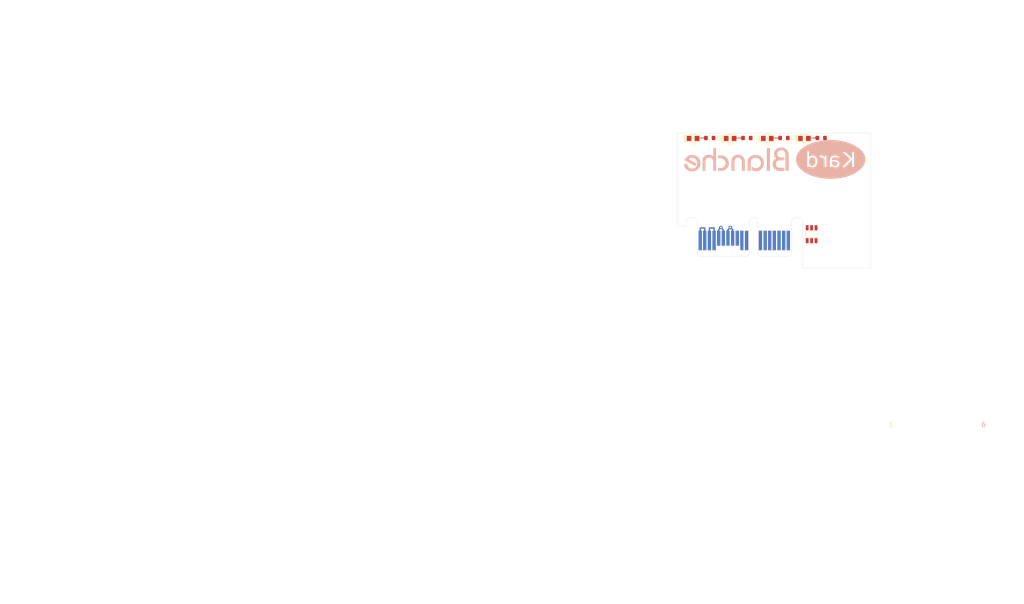
<source format=kicad_pcb>
(kicad_pcb (version 20171130) (host pcbnew 5.1.7-a382d34a8~88~ubuntu18.04.1)

  (general
    (thickness 1.6)
    (drawings 85)
    (tracks 47)
    (zones 0)
    (modules 11)
    (nets 39)
  )

  (page A4)
  (layers
    (0 Top signal)
    (31 Bottom signal)
    (32 B.Adhes user)
    (33 F.Adhes user)
    (34 B.Paste user)
    (35 F.Paste user)
    (36 B.SilkS user)
    (37 F.SilkS user)
    (38 B.Mask user)
    (39 F.Mask user)
    (40 Dwgs.User user)
    (41 Cmts.User user)
    (42 Eco1.User user)
    (43 Eco2.User user)
    (44 Edge.Cuts user)
    (45 Margin user)
    (46 B.CrtYd user)
    (47 F.CrtYd user)
    (48 B.Fab user)
    (49 F.Fab user)
  )

  (setup
    (last_trace_width 0.25)
    (trace_clearance 0.1524)
    (zone_clearance 0.508)
    (zone_45_only no)
    (trace_min 0.1524)
    (via_size 0.8)
    (via_drill 0.4)
    (via_min_size 0.4)
    (via_min_drill 0.3)
    (uvia_size 0.3)
    (uvia_drill 0.1)
    (uvias_allowed no)
    (uvia_min_size 0.2)
    (uvia_min_drill 0.1)
    (edge_width 0.05)
    (segment_width 0.2)
    (pcb_text_width 0.3)
    (pcb_text_size 1.5 1.5)
    (mod_edge_width 0.12)
    (mod_text_size 1 1)
    (mod_text_width 0.15)
    (pad_size 1.524 1.524)
    (pad_drill 0.762)
    (pad_to_mask_clearance 0)
    (aux_axis_origin 0 0)
    (visible_elements FFFFFF7F)
    (pcbplotparams
      (layerselection 0x010fc_ffffffff)
      (usegerberextensions false)
      (usegerberattributes true)
      (usegerberadvancedattributes true)
      (creategerberjobfile true)
      (excludeedgelayer true)
      (linewidth 0.100000)
      (plotframeref false)
      (viasonmask false)
      (mode 1)
      (useauxorigin false)
      (hpglpennumber 1)
      (hpglpenspeed 20)
      (hpglpendiameter 15.000000)
      (psnegative false)
      (psa4output false)
      (plotreference true)
      (plotvalue true)
      (plotinvisibletext false)
      (padsonsilk false)
      (subtractmaskfromsilk false)
      (outputformat 1)
      (mirror false)
      (drillshape 1)
      (scaleselection 1)
      (outputdirectory ""))
  )

  (net 0 "")
  (net 1 /+VRAIL)
  (net 2 /-VRAIL)
  (net 3 /+24V)
  (net 4 /GND)
  (net 5 /RX)
  (net 6 /TX)
  (net 7 /SCL)
  (net 8 /SDA)
  (net 9 /+5V)
  (net 10 /+3V3)
  (net 11 /LED0C)
  (net 12 /LED1C)
  (net 13 /LED2C)
  (net 14 /LED3C)
  (net 15 /LED0A)
  (net 16 /LED1A)
  (net 17 /LED2A)
  (net 18 /LED3A)
  (net 19 "Net-(D1-PadA)")
  (net 20 "Net-(D2-PadA)")
  (net 21 "Net-(D3-PadA)")
  (net 22 "Net-(D4-PadA)")
  (net 23 /NC-A11)
  (net 24 /NC-B11)
  (net 25 /NC-B12)
  (net 26 /RAIL-IO-2)
  (net 27 /RAIL-IO-3)
  (net 28 /SPI-SDI)
  (net 29 /SPI-SDO)
  (net 30 /SPI-SCK)
  (net 31 /RAIL-IO-1)
  (net 32 /RAIL-IO-0)
  (net 33 /UC-IO-4)
  (net 34 /UC-IO-2)
  (net 35 /UC-IO-1)
  (net 36 /UC-IO-0)
  (net 37 /I2C-ADR1)
  (net 38 /UC-IO-3)

  (net_class Default "This is the default net class."
    (clearance 0.1524)
    (trace_width 0.25)
    (via_dia 0.8)
    (via_drill 0.4)
    (uvia_dia 0.3)
    (uvia_drill 0.1)
    (add_net /+24V)
    (add_net /+3V3)
    (add_net /+5V)
    (add_net /+VRAIL)
    (add_net /-VRAIL)
    (add_net /GND)
    (add_net /I2C-ADR1)
    (add_net /LED0A)
    (add_net /LED0C)
    (add_net /LED1A)
    (add_net /LED1C)
    (add_net /LED2A)
    (add_net /LED2C)
    (add_net /LED3A)
    (add_net /LED3C)
    (add_net /NC-A11)
    (add_net /NC-B11)
    (add_net /NC-B12)
    (add_net /RAIL-IO-0)
    (add_net /RAIL-IO-1)
    (add_net /RAIL-IO-2)
    (add_net /RAIL-IO-3)
    (add_net /RX)
    (add_net /SCL)
    (add_net /SDA)
    (add_net /SPI-SCK)
    (add_net /SPI-SDI)
    (add_net /SPI-SDO)
    (add_net /TX)
    (add_net /UC-IO-0)
    (add_net /UC-IO-1)
    (add_net /UC-IO-2)
    (add_net /UC-IO-3)
    (add_net /UC-IO-4)
    (add_net "Net-(D1-PadA)")
    (add_net "Net-(D2-PadA)")
    (add_net "Net-(D3-PadA)")
    (add_net "Net-(D4-PadA)")
  )

  (module a_pontech:KardBlanchePCB-Art (layer Bottom) (tedit 0) (tstamp 61B5F73F)
    (at 201.65 66.15 180)
    (path /61C2EBEA)
    (fp_text reference ART1 (at 0 0) (layer B.SilkS) hide
      (effects (font (size 1.524 1.524) (thickness 0.3)) (justify mirror))
    )
    (fp_text value KardBlanchPCB-Art (at 0.75 0) (layer B.SilkS) hide
      (effects (font (size 1.524 1.524) (thickness 0.3)) (justify mirror))
    )
    (fp_poly (pts (xy -11.876036 4.176755) (xy -11.708998 4.174645) (xy -11.551998 4.170877) (xy -11.401612 4.165281)
      (xy -11.25442 4.15769) (xy -11.106998 4.147934) (xy -10.955925 4.135845) (xy -10.797778 4.121255)
      (xy -10.684933 4.10987) (xy -10.329899 4.067945) (xy -9.9811 4.016743) (xy -9.638991 3.956496)
      (xy -9.304029 3.887437) (xy -8.976669 3.8098) (xy -8.657366 3.723816) (xy -8.346578 3.62972)
      (xy -8.044759 3.527743) (xy -7.752366 3.41812) (xy -7.469853 3.301082) (xy -7.197678 3.176862)
      (xy -6.936295 3.045695) (xy -6.68616 2.907812) (xy -6.44773 2.763446) (xy -6.221459 2.612831)
      (xy -6.007804 2.456199) (xy -5.807221 2.293784) (xy -5.620165 2.125818) (xy -5.447092 1.952534)
      (xy -5.288457 1.774165) (xy -5.144717 1.590944) (xy -5.016328 1.403104) (xy -4.903744 1.210878)
      (xy -4.864409 1.13515) (xy -4.775364 0.940239) (xy -4.703172 0.744599) (xy -4.647842 0.548346)
      (xy -4.609382 0.351592) (xy -4.587802 0.154454) (xy -4.583111 -0.042954) (xy -4.595317 -0.240518)
      (xy -4.624431 -0.438122) (xy -4.670459 -0.635653) (xy -4.714475 -0.778933) (xy -4.790323 -0.976979)
      (xy -4.882663 -1.171888) (xy -4.991305 -1.363441) (xy -5.11606 -1.551414) (xy -5.256737 -1.735585)
      (xy -5.413149 -1.915733) (xy -5.585105 -2.091636) (xy -5.772416 -2.263071) (xy -5.974893 -2.429818)
      (xy -6.192345 -2.591653) (xy -6.358467 -2.705266) (xy -6.624056 -2.871519) (xy -6.903339 -3.02868)
      (xy -7.195617 -3.176581) (xy -7.500193 -3.31505) (xy -7.816366 -3.443917) (xy -8.143439 -3.563014)
      (xy -8.480713 -3.672169) (xy -8.827489 -3.771212) (xy -9.183068 -3.859973) (xy -9.546752 -3.938283)
      (xy -9.917842 -4.005971) (xy -10.29564 -4.062867) (xy -10.679446 -4.108802) (xy -11.068563 -4.143604)
      (xy -11.462291 -4.167104) (xy -11.859932 -4.179132) (xy -12.260787 -4.179518) (xy -12.403667 -4.176824)
      (xy -12.765735 -4.162494) (xy -13.132119 -4.137027) (xy -13.50021 -4.100803) (xy -13.867397 -4.054202)
      (xy -14.231069 -3.997602) (xy -14.588615 -3.931384) (xy -14.937427 -3.855928) (xy -15.274892 -3.771612)
      (xy -15.371234 -3.745287) (xy -15.694282 -3.649727) (xy -16.007026 -3.546143) (xy -16.309088 -3.434793)
      (xy -16.600091 -3.31593) (xy -16.879658 -3.18981) (xy -17.147413 -3.056688) (xy -17.402978 -2.916819)
      (xy -17.645976 -2.770459) (xy -17.87603 -2.617863) (xy -18.092763 -2.459285) (xy -18.295798 -2.294981)
      (xy -18.484758 -2.125206) (xy -18.659266 -1.950216) (xy -18.818945 -1.770266) (xy -18.963418 -1.58561)
      (xy -19.092307 -1.396504) (xy -19.205237 -1.203203) (xy -19.247317 -1.121833) (xy -19.330503 -0.940398)
      (xy -19.397859 -0.76148) (xy -19.449872 -0.583067) (xy -19.487029 -0.403147) (xy -19.509817 -0.219709)
      (xy -19.518723 -0.030743) (xy -19.518893 0) (xy -19.513282 0.179404) (xy -19.495952 0.350007)
      (xy -19.466149 0.515754) (xy -19.423124 0.680591) (xy -19.366125 0.848462) (xy -19.348868 0.893234)
      (xy -19.26549 1.084722) (xy -19.168358 1.270855) (xy -19.056845 1.452576) (xy -18.958074 1.591733)
      (xy -17.102667 1.591733) (xy -17.102667 -1.659467) (xy -16.6624 -1.659467) (xy -16.662206 -0.097367)
      (xy -15.101546 -1.659467) (xy -14.524682 -1.659467) (xy -14.757458 -1.424553) (xy -14.796942 -1.384742)
      (xy -14.847162 -1.334165) (xy -14.906898 -1.274049) (xy -14.974928 -1.205619) (xy -15.050033 -1.130103)
      (xy -15.130994 -1.048726) (xy -15.216589 -0.962716) (xy -15.235186 -0.944033) (xy -13.938934 -0.944033)
      (xy -13.938207 -1.016144) (xy -13.935115 -1.075802) (xy -13.928951 -1.127409) (xy -13.919008 -1.175364)
      (xy -13.904581 -1.224067) (xy -13.885595 -1.276286) (xy -13.840553 -1.369698) (xy -13.781447 -1.454904)
      (xy -13.709769 -1.530382) (xy -13.627016 -1.59461) (xy -13.53468 -1.646066) (xy -13.513546 -1.655387)
      (xy -13.406831 -1.692424) (xy -13.294115 -1.716853) (xy -13.287037 -1.717915) (xy -13.242288 -1.722423)
      (xy -13.186018 -1.72507) (xy -13.123539 -1.725856) (xy -13.060162 -1.724782) (xy -13.001195 -1.721849)
      (xy -12.958234 -1.717861) (xy -12.843538 -1.698669) (xy -12.7397 -1.66976) (xy -12.644772 -1.629966)
      (xy -12.556811 -1.578113) (xy -12.47387 -1.513032) (xy -12.394004 -1.433552) (xy -12.315267 -1.338501)
      (xy -12.304654 -1.324459) (xy -12.286074 -1.299633) (xy -12.285134 -1.659467) (xy -11.886339 -1.659467)
      (xy -11.889609 -0.848783) (xy -11.890163 -0.710085) (xy -11.89068 -0.587159) (xy -11.891219 -0.478846)
      (xy -11.89184 -0.383984) (xy -11.892604 -0.301414) (xy -11.893569 -0.229975) (xy -11.894796 -0.168506)
      (xy -11.896345 -0.115847) (xy -11.898275 -0.070838) (xy -11.900647 -0.032318) (xy -11.903519 0.000873)
      (xy -11.906952 0.029895) (xy -11.911006 0.05591) (xy -11.915741 0.080077) (xy -11.921215 0.103557)
      (xy -11.92749 0.12751) (xy -11.934625 0.153096) (xy -11.94268 0.181477) (xy -11.942735 0.18167)
      (xy -11.983701 0.301025) (xy -12.035666 0.407988) (xy -12.09883 0.502701) (xy -12.173391 0.585307)
      (xy -12.259547 0.655949) (xy -12.357499 0.714768) (xy -12.467444 0.761908) (xy -12.525853 0.778934)
      (xy -11.1506 0.778934) (xy -11.1506 -1.659467) (xy -10.7442 -1.659467) (xy -10.7442 -0.973999)
      (xy -10.744072 -0.829179) (xy -10.74369 -0.698007) (xy -10.743059 -0.580905) (xy -10.742186 -0.478297)
      (xy -10.741704 -0.440267) (xy -9.180569 -0.440267) (xy -9.175604 -0.603003) (xy -9.159864 -0.753629)
      (xy -9.133043 -0.89334) (xy -9.094836 -1.023336) (xy -9.044937 -1.144812) (xy -8.983042 -1.258967)
      (xy -8.964155 -1.288809) (xy -8.885019 -1.396124) (xy -8.797501 -1.488787) (xy -8.702026 -1.566608)
      (xy -8.59902 -1.629396) (xy -8.488909 -1.676962) (xy -8.37212 -1.709116) (xy -8.249078 -1.725666)
      (xy -8.120208 -1.726424) (xy -8.009432 -1.714969) (xy -7.889966 -1.689523) (xy -7.780674 -1.650605)
      (xy -7.681137 -1.597949) (xy -7.590932 -1.531293) (xy -7.509639 -1.450371) (xy -7.437863 -1.356452)
      (xy -7.399867 -1.299814) (xy -7.399867 -1.659467) (xy -7.001933 -1.659467) (xy -7.001933 1.7272)
      (xy -7.399867 1.7272) (xy -7.399867 0.410814) (xy -7.439325 0.469991) (xy -7.472734 0.51461)
      (xy -7.51518 0.563207) (xy -7.562446 0.611537) (xy -7.610314 0.655354) (xy -7.654564 0.690414)
      (xy -7.666525 0.698604) (xy -7.759015 0.749523) (xy -7.861238 0.788745) (xy -7.970528 0.816108)
      (xy -8.084221 0.831449) (xy -8.199652 0.834606) (xy -8.314155 0.825414) (xy -8.425064 0.803712)
      (xy -8.529716 0.769337) (xy -8.565959 0.753542) (xy -8.668342 0.696496) (xy -8.764407 0.624662)
      (xy -8.852931 0.5394) (xy -8.932691 0.442071) (xy -9.002465 0.334035) (xy -9.061031 0.216652)
      (xy -9.07197 0.1905) (xy -9.114901 0.067463) (xy -9.146827 -0.062896) (xy -9.168061 -0.202386)
      (xy -9.178913 -0.352816) (xy -9.180569 -0.440267) (xy -10.741704 -0.440267) (xy -10.741074 -0.390605)
      (xy -10.73973 -0.31825) (xy -10.738157 -0.261657) (xy -10.736362 -0.221248) (xy -10.73483 -0.201415)
      (xy -10.715301 -0.078607) (xy -10.68448 0.032959) (xy -10.642623 0.13284) (xy -10.589985 0.220595)
      (xy -10.526822 0.29578) (xy -10.453389 0.357955) (xy -10.388968 0.397227) (xy -10.323671 0.427452)
      (xy -10.259047 0.448886) (xy -10.189844 0.462837) (xy -10.110809 0.470618) (xy -10.090423 0.471684)
      (xy -10.00585 0.472884) (xy -9.931701 0.467574) (xy -9.862402 0.454797) (xy -9.792379 0.433597)
      (xy -9.73316 0.410381) (xy -9.728124 0.408801) (xy -9.724327 0.41015) (xy -9.721668 0.41634)
      (xy -9.720041 0.429281) (xy -9.719345 0.450885) (xy -9.719475 0.483061) (xy -9.720328 0.527722)
      (xy -9.721802 0.586777) (xy -9.722397 0.609392) (xy -9.723997 0.666561) (xy -9.725599 0.717811)
      (xy -9.727118 0.760811) (xy -9.728466 0.793231) (xy -9.729557 0.812739) (xy -9.730137 0.817483)
      (xy -9.738959 0.81915) (xy -9.761194 0.822005) (xy -9.7934 0.825636) (xy -9.82882 0.829301)
      (xy -9.920424 0.834686) (xy -10.012665 0.832094) (xy -10.111522 0.821272) (xy -10.1473 0.815738)
      (xy -10.262763 0.789007) (xy -10.37116 0.748398) (xy -10.471095 0.694781) (xy -10.56117 0.629022)
      (xy -10.63999 0.55199) (xy -10.701867 0.471145) (xy -10.739967 0.413301) (xy -10.742249 0.596117)
      (xy -10.74453 0.778933) (xy -10.947565 0.778934) (xy -11.1506 0.778934) (xy -12.525853 0.778934)
      (xy -12.58958 0.79751) (xy -12.724108 0.821718) (xy -12.8524 0.833679) (xy -12.969373 0.835162)
      (xy -13.096839 0.827206) (xy -13.231592 0.810319) (xy -13.370421 0.78501) (xy -13.510118 0.751788)
      (xy -13.647474 0.711161) (xy -13.667767 0.70443) (xy -13.762567 0.672516) (xy -13.764844 0.484868)
      (xy -13.767122 0.29722) (xy -13.680178 0.338691) (xy -13.531461 0.400284) (xy -13.376836 0.446012)
      (xy -13.216329 0.475869) (xy -13.049964 0.489849) (xy -12.986363 0.490997) (xy -12.867121 0.486319)
      (xy -12.760836 0.471943) (xy -12.666399 0.447609) (xy -12.582706 0.413052) (xy -12.529487 0.382356)
      (xy -12.454193 0.32461) (xy -12.393678 0.259283) (xy -12.347547 0.185656) (xy -12.315408 0.103011)
      (xy -12.296866 0.010627) (xy -12.292064 -0.0508) (xy -12.289367 -0.122767) (xy -12.7 -0.127524)
      (xy -12.79602 -0.128689) (xy -12.876888 -0.129824) (xy -12.944384 -0.131009) (xy -13.000291 -0.132324)
      (xy -13.046389 -0.133849) (xy -13.084458 -0.135665) (xy -13.11628 -0.137852) (xy -13.143637 -0.140491)
      (xy -13.168308 -0.143661) (xy -13.192075 -0.147443) (xy -13.208937 -0.150462) (xy -13.342697 -0.180997)
      (xy -13.462332 -0.22064) (xy -13.568144 -0.269631) (xy -13.660435 -0.328213) (xy -13.739507 -0.396628)
      (xy -13.805661 -0.475117) (xy -13.8592 -0.563922) (xy -13.900426 -0.663286) (xy -13.916541 -0.717096)
      (xy -13.924949 -0.750645) (xy -13.930941 -0.780449) (xy -13.934926 -0.810657) (xy -13.937314 -0.84542)
      (xy -13.938515 -0.888889) (xy -13.938934 -0.944033) (xy -15.235186 -0.944033) (xy -15.305599 -0.873297)
      (xy -15.396804 -0.781696) (xy -15.488984 -0.68914) (xy -15.580918 -0.596855) (xy -15.616767 -0.560877)
      (xy -15.702257 -0.475018) (xy -15.784304 -0.392489) (xy -15.862127 -0.314085) (xy -15.934941 -0.2406)
      (xy -16.001965 -0.172828) (xy -16.062415 -0.111564) (xy -16.115508 -0.057602) (xy -16.160462 -0.011737)
      (xy -16.196494 0.025238) (xy -16.222821 0.052528) (xy -16.238659 0.069339) (xy -16.2433 0.074842)
      (xy -16.242932 0.076146) (xy -16.24146 0.078403) (xy -16.238335 0.082133) (xy -16.233006 0.087859)
      (xy -16.224921 0.096103) (xy -16.213532 0.107386) (xy -16.198288 0.122231) (xy -16.178637 0.141158)
      (xy -16.15403 0.16469) (xy -16.123917 0.193348) (xy -16.087746 0.227654) (xy -16.044968 0.26813)
      (xy -15.995032 0.315298) (xy -15.937387 0.369679) (xy -15.871484 0.431795) (xy -15.796772 0.502168)
      (xy -15.7127 0.58132) (xy -15.618717 0.669772) (xy -15.514275 0.768047) (xy -15.398821 0.876665)
      (xy -15.271806 0.996149) (xy -15.216611 1.04807) (xy -14.638656 1.591733) (xy -14.924511 1.591268)
      (xy -15.210367 1.590803) (xy -16.658167 0.219263) (xy -16.660333 0.905498) (xy -16.6625 1.591733)
      (xy -17.102667 1.591733) (xy -18.958074 1.591733) (xy -18.930326 1.630826) (xy -18.788175 1.806549)
      (xy -18.629764 1.980687) (xy -18.619565 1.991275) (xy -18.433064 2.173154) (xy -18.231241 2.348857)
      (xy -18.014636 2.518135) (xy -17.783791 2.680738) (xy -17.539246 2.836416) (xy -17.281542 2.98492)
      (xy -17.011219 3.126) (xy -16.72882 3.259405) (xy -16.434883 3.384886) (xy -16.12995 3.502194)
      (xy -15.814562 3.611078) (xy -15.48926 3.711289) (xy -15.154583 3.802576) (xy -14.811074 3.884691)
      (xy -14.459272 3.957383) (xy -14.3002 3.986635) (xy -13.995786 4.036974) (xy -13.696451 4.079133)
      (xy -13.398907 4.113392) (xy -13.099869 4.140031) (xy -12.79605 4.159328) (xy -12.484166 4.171563)
      (xy -12.160928 4.177016) (xy -12.056534 4.177373) (xy -11.876036 4.176755)) (layer B.SilkS) (width 0.01))
    (fp_poly (pts (xy 17.944493 0.959512) (xy 18.089871 0.941961) (xy 18.228931 0.911815) (xy 18.364895 0.868341)
      (xy 18.500984 0.810808) (xy 18.5293 0.797158) (xy 18.665522 0.723561) (xy 18.791736 0.641203)
      (xy 18.910236 0.54822) (xy 19.023313 0.44275) (xy 19.133261 0.322932) (xy 19.175556 0.272195)
      (xy 19.207311 0.231854) (xy 19.241507 0.186182) (xy 19.276845 0.137149) (xy 19.312027 0.086726)
      (xy 19.345754 0.036883) (xy 19.376726 -0.01041) (xy 19.403646 -0.053184) (xy 19.425214 -0.089467)
      (xy 19.440132 -0.117289) (xy 19.447101 -0.134681) (xy 19.446856 -0.139366) (xy 19.444227 -0.141084)
      (xy 19.437253 -0.145159) (xy 19.425388 -0.151892) (xy 19.408082 -0.161584) (xy 19.384787 -0.174535)
      (xy 19.354955 -0.191048) (xy 19.318038 -0.211422) (xy 19.273487 -0.23596) (xy 19.220754 -0.264962)
      (xy 19.159291 -0.29873) (xy 19.088549 -0.337564) (xy 19.00798 -0.381765) (xy 18.917036 -0.431636)
      (xy 18.815168 -0.487476) (xy 18.701828 -0.549586) (xy 18.576467 -0.618269) (xy 18.438538 -0.693825)
      (xy 18.287492 -0.776555) (xy 18.122781 -0.866761) (xy 17.943856 -0.964743) (xy 17.912112 -0.982125)
      (xy 17.787319 -1.05044) (xy 17.676522 -1.111033) (xy 17.578879 -1.164342) (xy 17.49355 -1.210805)
      (xy 17.419693 -1.250861) (xy 17.356465 -1.284947) (xy 17.303026 -1.3135) (xy 17.258534 -1.33696)
      (xy 17.222147 -1.355764) (xy 17.193024 -1.370349) (xy 17.170323 -1.381154) (xy 17.153203 -1.388617)
      (xy 17.140822 -1.393176) (xy 17.132339 -1.395268) (xy 17.126911 -1.395332) (xy 17.123698 -1.393805)
      (xy 17.122843 -1.392844) (xy 17.114985 -1.380344) (xy 17.100763 -1.355984) (xy 17.081348 -1.321891)
      (xy 17.057907 -1.280193) (xy 17.031612 -1.233017) (xy 17.003631 -1.182489) (xy 16.975135 -1.130739)
      (xy 16.947293 -1.079891) (xy 16.921274 -1.032074) (xy 16.898249 -0.989415) (xy 16.879386 -0.95404)
      (xy 16.865856 -0.928078) (xy 16.858829 -0.913655) (xy 16.858132 -0.911421) (xy 16.865778 -0.907019)
      (xy 16.887226 -0.894807) (xy 16.92154 -0.875316) (xy 16.967784 -0.849077) (xy 17.025023 -0.816618)
      (xy 17.092322 -0.778471) (xy 17.168744 -0.735165) (xy 17.253353 -0.687232) (xy 17.345215 -0.635201)
      (xy 17.443394 -0.579602) (xy 17.546954 -0.520966) (xy 17.654959 -0.459823) (xy 17.689145 -0.440471)
      (xy 18.516923 0.028085) (xy 18.451145 0.09617) (xy 18.39919 0.148504) (xy 18.354443 0.189916)
      (xy 18.313711 0.222847) (xy 18.2738 0.249739) (xy 18.231517 0.273033) (xy 18.200687 0.287655)
      (xy 18.120847 0.31687) (xy 18.029174 0.338693) (xy 17.929175 0.352903) (xy 17.824355 0.359282)
      (xy 17.71822 0.357611) (xy 17.614277 0.347671) (xy 17.520011 0.330192) (xy 17.397967 0.292747)
      (xy 17.282514 0.239912) (xy 17.174292 0.172155) (xy 17.073941 0.089941) (xy 16.982102 -0.006266)
      (xy 16.899416 -0.116) (xy 16.893475 -0.124955) (xy 16.827225 -0.240519) (xy 16.773348 -0.365611)
      (xy 16.732199 -0.497824) (xy 16.704135 -0.634755) (xy 16.689513 -0.773999) (xy 16.688688 -0.913152)
      (xy 16.702017 -1.049809) (xy 16.729856 -1.181565) (xy 16.734495 -1.197987) (xy 16.775192 -1.310702)
      (xy 16.830297 -1.421489) (xy 16.897695 -1.527266) (xy 16.975267 -1.624952) (xy 17.060897 -1.711464)
      (xy 17.121657 -1.761593) (xy 17.222765 -1.828182) (xy 17.331747 -1.88127) (xy 17.449391 -1.92109)
      (xy 17.576487 -1.947878) (xy 17.713823 -1.961867) (xy 17.80285 -1.964217) (xy 17.947942 -1.959206)
      (xy 18.079857 -1.944073) (xy 18.198484 -1.918844) (xy 18.303714 -1.883544) (xy 18.395436 -1.838199)
      (xy 18.42534 -1.819278) (xy 18.516062 -1.747925) (xy 18.596222 -1.663863) (xy 18.664576 -1.568522)
      (xy 18.702377 -1.5006) (xy 18.733014 -1.434231) (xy 18.765206 -1.355714) (xy 18.797389 -1.269542)
      (xy 18.827998 -1.180211) (xy 18.85547 -1.092215) (xy 18.87824 -1.010049) (xy 18.889679 -0.962349)
      (xy 18.900623 -0.912931) (xy 18.935095 -0.917659) (xy 18.95204 -0.919556) (xy 18.983463 -0.922657)
      (xy 19.02697 -0.926742) (xy 19.080164 -0.931589) (xy 19.140652 -0.936981) (xy 19.206037 -0.942696)
      (xy 19.232033 -0.944938) (xy 19.314166 -0.952238) (xy 19.380384 -0.958685) (xy 19.431679 -0.964403)
      (xy 19.469042 -0.969514) (xy 19.493463 -0.974144) (xy 19.505935 -0.978416) (xy 19.5072 -0.979345)
      (xy 19.513107 -0.993577) (xy 19.517248 -1.021441) (xy 19.519651 -1.059731) (xy 19.520342 -1.10524)
      (xy 19.519347 -1.154763) (xy 19.516692 -1.205093) (xy 19.512405 -1.253024) (xy 19.506511 -1.295349)
      (xy 19.504499 -1.306152) (xy 19.474103 -1.424708) (xy 19.43034 -1.546754) (xy 19.375086 -1.668398)
      (xy 19.310213 -1.785747) (xy 19.237594 -1.894911) (xy 19.193793 -1.951567) (xy 19.120714 -2.033161)
      (xy 19.03529 -2.115532) (xy 18.941564 -2.195189) (xy 18.843578 -2.268642) (xy 18.770088 -2.317335)
      (xy 18.632876 -2.393412) (xy 18.486392 -2.456203) (xy 18.330015 -2.505928) (xy 18.163122 -2.542804)
      (xy 18.097884 -2.553338) (xy 18.065478 -2.557011) (xy 18.02141 -2.560504) (xy 17.968975 -2.563702)
      (xy 17.911467 -2.566489) (xy 17.85218 -2.568752) (xy 17.794409 -2.570374) (xy 17.741447 -2.571243)
      (xy 17.69659 -2.571242) (xy 17.663131 -2.570256) (xy 17.648767 -2.568993) (xy 17.629142 -2.566465)
      (xy 17.598035 -2.562721) (xy 17.560793 -2.5584) (xy 17.542933 -2.556378) (xy 17.419163 -2.536976)
      (xy 17.289975 -2.506627) (xy 17.161241 -2.467002) (xy 17.038835 -2.419772) (xy 16.996743 -2.4009)
      (xy 16.845242 -2.32111) (xy 16.704897 -2.228845) (xy 16.5762 -2.124784) (xy 16.459643 -2.009606)
      (xy 16.355718 -1.88399) (xy 16.264916 -1.748614) (xy 16.18773 -1.604157) (xy 16.124652 -1.451298)
      (xy 16.076172 -1.290715) (xy 16.042783 -1.123087) (xy 16.036268 -1.075489) (xy 16.031938 -1.026454)
      (xy 16.029136 -0.964736) (xy 16.027832 -0.894512) (xy 16.027993 -0.819958) (xy 16.029589 -0.745254)
      (xy 16.032588 -0.674576) (xy 16.03696 -0.612101) (xy 16.039967 -0.582498) (xy 16.068034 -0.40952)
      (xy 16.110778 -0.243711) (xy 16.167894 -0.085721) (xy 16.239081 0.063801) (xy 16.324036 0.204206)
      (xy 16.422455 0.334846) (xy 16.515652 0.436905) (xy 16.642223 0.552153) (xy 16.778942 0.65437)
      (xy 16.92454 0.743028) (xy 17.07775 0.817602) (xy 17.237304 0.877566) (xy 17.401932 0.922395)
      (xy 17.570366 0.951561) (xy 17.741338 0.964539) (xy 17.789577 0.9652) (xy 17.944493 0.959512)) (layer B.SilkS) (width 0.01))
    (fp_poly (pts (xy 4.135569 0.961373) (xy 4.213263 0.960259) (xy 4.287533 0.958064) (xy 4.354993 0.954809)
      (xy 4.412258 0.950519) (xy 4.453467 0.945608) (xy 4.609049 0.916132) (xy 4.753653 0.877381)
      (xy 4.891171 0.828182) (xy 4.994105 0.782716) (xy 5.100521 0.728193) (xy 5.194504 0.671626)
      (xy 5.280512 0.609816) (xy 5.363006 0.539562) (xy 5.44468 0.459501) (xy 5.545977 0.344052)
      (xy 5.631314 0.224144) (xy 5.701322 0.098686) (xy 5.756637 -0.033416) (xy 5.786872 -0.130122)
      (xy 5.793535 -0.154647) (xy 5.79953 -0.177401) (xy 5.804892 -0.199361) (xy 5.809657 -0.221506)
      (xy 5.81386 -0.244812) (xy 5.817537 -0.270259) (xy 5.820721 -0.298824) (xy 5.82345 -0.331485)
      (xy 5.825758 -0.369219) (xy 5.827681 -0.413005) (xy 5.829254 -0.46382) (xy 5.830511 -0.522642)
      (xy 5.83149 -0.59045) (xy 5.832224 -0.66822) (xy 5.83275 -0.756931) (xy 5.833102 -0.857561)
      (xy 5.833316 -0.971088) (xy 5.833427 -1.098489) (xy 5.833471 -1.240742) (xy 5.833482 -1.398825)
      (xy 5.833483 -1.420283) (xy 5.833533 -2.4638) (xy 5.173644 -2.4638) (xy 5.171195 -1.424517)
      (xy 5.168745 -0.385233) (xy 5.145729 -0.300567) (xy 5.108495 -0.190976) (xy 5.058976 -0.08929)
      (xy 4.998419 0.00242) (xy 4.928069 0.082081) (xy 4.900348 0.107617) (xy 4.807162 0.178477)
      (xy 4.704222 0.237302) (xy 4.590971 0.284268) (xy 4.466854 0.319549) (xy 4.331312 0.343321)
      (xy 4.18379 0.35576) (xy 4.106333 0.357777) (xy 4.038069 0.357559) (xy 3.98262 0.355461)
      (xy 3.935946 0.351225) (xy 3.894007 0.344594) (xy 3.8915 0.344104) (xy 3.751461 0.308948)
      (xy 3.621379 0.260553) (xy 3.499942 0.198315) (xy 3.385839 0.121634) (xy 3.356733 0.098872)
      (xy 3.275605 0.024152) (xy 3.199982 -0.063813) (xy 3.13219 -0.161633) (xy 3.074557 -0.265919)
      (xy 3.029408 -0.373283) (xy 3.0262 -0.382503) (xy 2.997797 -0.479321) (xy 2.976302 -0.581534)
      (xy 2.962482 -0.683919) (xy 2.957103 -0.781256) (xy 2.958693 -0.842433) (xy 2.974203 -0.987655)
      (xy 3.00101 -1.120693) (xy 3.039549 -1.242354) (xy 3.090252 -1.353442) (xy 3.153553 -1.454763)
      (xy 3.229886 -1.547122) (xy 3.319683 -1.631324) (xy 3.423379 -1.708176) (xy 3.425278 -1.709433)
      (xy 3.546154 -1.779871) (xy 3.6721 -1.834666) (xy 3.803951 -1.874061) (xy 3.942539 -1.898297)
      (xy 4.088698 -1.907617) (xy 4.106333 -1.907744) (xy 4.210499 -1.904206) (xy 4.302916 -1.892585)
      (xy 4.387218 -1.871879) (xy 4.467038 -1.841084) (xy 4.546011 -1.799196) (xy 4.582609 -1.776218)
      (xy 4.620782 -1.749958) (xy 4.664482 -1.717916) (xy 4.710453 -1.682682) (xy 4.75544 -1.646849)
      (xy 4.796188 -1.613007) (xy 4.829442 -1.583747) (xy 4.8514 -1.562258) (xy 4.869837 -1.543869)
      (xy 4.894882 -1.520916) (xy 4.912783 -1.505428) (xy 4.953 -1.471623) (xy 4.953 -2.241117)
      (xy 4.878917 -2.290925) (xy 4.764957 -2.359971) (xy 4.647923 -2.4164) (xy 4.530652 -2.458997)
      (xy 4.428067 -2.484346) (xy 4.375486 -2.492522) (xy 4.310245 -2.499903) (xy 4.23579 -2.506333)
      (xy 4.155569 -2.511659) (xy 4.073029 -2.515726) (xy 3.991619 -2.51838) (xy 3.914786 -2.519466)
      (xy 3.845978 -2.51883) (xy 3.788641 -2.516318) (xy 3.763433 -2.514102) (xy 3.605923 -2.488213)
      (xy 3.452634 -2.446186) (xy 3.304778 -2.388549) (xy 3.163562 -2.315825) (xy 3.030196 -2.228543)
      (xy 2.937127 -2.154767) (xy 2.841002 -2.062885) (xy 2.749626 -1.957024) (xy 2.664736 -1.839865)
      (xy 2.588069 -1.714091) (xy 2.521362 -1.582386) (xy 2.466352 -1.447433) (xy 2.451981 -1.405467)
      (xy 2.417268 -1.289418) (xy 2.39083 -1.17749) (xy 2.371993 -1.065199) (xy 2.360084 -0.948058)
      (xy 2.354428 -0.821585) (xy 2.353733 -0.752103) (xy 2.356414 -0.622769) (xy 2.364887 -0.50528)
      (xy 2.379797 -0.395349) (xy 2.401788 -0.288689) (xy 2.431508 -0.181013) (xy 2.44687 -0.133192)
      (xy 2.507229 0.02286) (xy 2.580368 0.167908) (xy 2.666019 0.301739) (xy 2.763911 0.42414)
      (xy 2.873776 0.534896) (xy 2.995343 0.633794) (xy 3.128343 0.720622) (xy 3.272508 0.795165)
      (xy 3.427566 0.85721) (xy 3.593249 0.906543) (xy 3.769287 0.942951) (xy 3.814233 0.949915)
      (xy 3.858264 0.954552) (xy 3.915799 0.957994) (xy 3.983451 0.960263) (xy 4.057837 0.961382)
      (xy 4.135569 0.961373)) (layer B.SilkS) (width 0.01))
    (fp_poly (pts (xy -1.229976 2.563535) (xy -1.084445 2.547475) (xy -0.94282 2.519873) (xy -0.800216 2.479951)
      (xy -0.774723 2.471616) (xy -0.647127 2.424046) (xy -0.532981 2.370444) (xy -0.429349 2.30905)
      (xy -0.333296 2.238104) (xy -0.241887 2.155846) (xy -0.232525 2.146568) (xy -0.140074 2.045451)
      (xy -0.06187 1.940641) (xy 0.002498 1.830931) (xy 0.05344 1.715117) (xy 0.091366 1.591992)
      (xy 0.116685 1.46035) (xy 0.12981 1.318987) (xy 0.131148 1.166696) (xy 0.127642 1.087967)
      (xy 0.119255 0.978071) (xy 0.10793 0.882238) (xy 0.093061 0.797758) (xy 0.074039 0.721922)
      (xy 0.050256 0.652019) (xy 0.021106 0.58534) (xy 0.009921 0.563034) (xy -0.008543 0.529292)
      (xy -0.027537 0.49975) (xy -0.049988 0.470653) (xy -0.078825 0.438248) (xy -0.116975 0.398782)
      (xy -0.122685 0.393023) (xy -0.161731 0.355238) (xy -0.203659 0.31718) (xy -0.244031 0.282728)
      (xy -0.27841 0.255761) (xy -0.28575 0.250502) (xy -0.315127 0.229398) (xy -0.338411 0.211498)
      (xy -0.352629 0.199156) (xy -0.3556 0.195179) (xy -0.348381 0.1887) (xy -0.329917 0.179373)
      (xy -0.315383 0.173466) (xy -0.219344 0.131415) (xy -0.124834 0.078716) (xy -0.034818 0.017611)
      (xy 0.047742 -0.049656) (xy 0.119883 -0.120845) (xy 0.17864 -0.193711) (xy 0.187962 -0.207433)
      (xy 0.24407 -0.302704) (xy 0.294549 -0.408138) (xy 0.337212 -0.518284) (xy 0.369874 -0.627691)
      (xy 0.385452 -0.699986) (xy 0.390367 -0.733831) (xy 0.395556 -0.779971) (xy 0.400577 -0.833782)
      (xy 0.404987 -0.890639) (xy 0.407514 -0.930485) (xy 0.411414 -1.080548) (xy 0.405064 -1.219369)
      (xy 0.388018 -1.34951) (xy 0.359835 -1.473533) (xy 0.32007 -1.594001) (xy 0.274166 -1.701178)
      (xy 0.201474 -1.835822) (xy 0.116673 -1.958919) (xy 0.020442 -2.069962) (xy -0.086538 -2.168443)
      (xy -0.203585 -2.253855) (xy -0.330021 -2.325693) (xy -0.465163 -2.383448) (xy -0.608332 -2.426615)
      (xy -0.732455 -2.450952) (xy -0.751595 -2.453445) (xy -0.774461 -2.455605) (xy -0.802277 -2.457455)
      (xy -0.836267 -2.459016) (xy -0.877652 -2.460312) (xy -0.927657 -2.461362) (xy -0.987505 -2.46219)
      (xy -1.058419 -2.462817) (xy -1.141622 -2.463264) (xy -1.238337 -2.463555) (xy -1.349788 -2.463709)
      (xy -1.449917 -2.46375) (xy -2.0828 -2.4638) (xy -2.0828 -1.804754) (xy -1.564217 -1.801041)
      (xy -1.433829 -1.79994) (xy -1.320157 -1.798621) (xy -1.222984 -1.797077) (xy -1.142093 -1.795305)
      (xy -1.077268 -1.793299) (xy -1.028292 -1.791053) (xy -0.994948 -1.788563) (xy -0.982818 -1.787026)
      (xy -0.859299 -1.761287) (xy -0.744169 -1.72628) (xy -0.640083 -1.682904) (xy -0.577772 -1.649565)
      (xy -0.541493 -1.624243) (xy -0.499686 -1.589036) (xy -0.45621 -1.547806) (xy -0.414923 -1.504413)
      (xy -0.379683 -1.462719) (xy -0.35435 -1.426586) (xy -0.353465 -1.425085) (xy -0.311196 -1.337006)
      (xy -0.280479 -1.239415) (xy -0.261339 -1.135201) (xy -0.253799 -1.027254) (xy -0.257883 -0.918464)
      (xy -0.273614 -0.811721) (xy -0.301016 -0.709913) (xy -0.340113 -0.615932) (xy -0.346746 -0.603142)
      (xy -0.401805 -0.517714) (xy -0.470763 -0.441848) (xy -0.553482 -0.375627) (xy -0.649829 -0.319136)
      (xy -0.759667 -0.272458) (xy -0.882862 -0.235679) (xy -0.9652 -0.218012) (xy -0.986551 -0.214209)
      (xy -1.007586 -0.210948) (xy -1.029831 -0.208171) (xy -1.054811 -0.205823) (xy -1.084051 -0.203844)
      (xy -1.119079 -0.202178) (xy -1.161418 -0.200767) (xy -1.212595 -0.199553) (xy -1.274136 -0.19848)
      (xy -1.347566 -0.197489) (xy -1.434411 -0.196523) (xy -1.536196 -0.195525) (xy -1.570567 -0.195204)
      (xy -2.078567 -0.1905) (xy -2.08079 0.111436) (xy -2.083012 0.413373) (xy -1.665923 0.417456)
      (xy -1.566139 0.41848) (xy -1.481444 0.419536) (xy -1.409995 0.420767) (xy -1.349948 0.422319)
      (xy -1.29946 0.424336) (xy -1.256686 0.426962) (xy -1.219783 0.430344) (xy -1.186907 0.434624)
      (xy -1.156215 0.439947) (xy -1.125864 0.446459) (xy -1.094008 0.454304) (xy -1.058806 0.463626)
      (xy -1.051216 0.465676) (xy -0.949436 0.50169) (xy -0.855582 0.55186) (xy -0.770947 0.614877)
      (xy -0.696824 0.689434) (xy -0.634506 0.774222) (xy -0.585285 0.867932) (xy -0.550454 0.969255)
      (xy -0.549321 0.973676) (xy -0.542239 1.003819) (xy -0.53751 1.031) (xy -0.534858 1.059429)
      (xy -0.534004 1.093311) (xy -0.534671 1.136856) (xy -0.535938 1.176574) (xy -0.539678 1.24847)
      (xy -0.545947 1.308445) (xy -0.555775 1.361445) (xy -0.570192 1.412417) (xy -0.590231 1.466306)
      (xy -0.60231 1.495035) (xy -0.653737 1.59452) (xy -0.716971 1.682014) (xy -0.792447 1.75797)
      (xy -0.880599 1.822838) (xy -0.960967 1.86726) (xy -1.048805 1.905135) (xy -1.136796 1.932946)
      (xy -1.22849 1.951351) (xy -1.327435 1.96101) (xy -1.437182 1.962584) (xy -1.468967 1.961714)
      (xy -1.589776 1.952407) (xy -1.698016 1.933092) (xy -1.795145 1.903245) (xy -1.88262 1.862344)
      (xy -1.961897 1.809868) (xy -2.011962 1.767217) (xy -2.086631 1.686214) (xy -2.152171 1.5919)
      (xy -2.207798 1.485702) (xy -2.252727 1.369044) (xy -2.275956 1.287747) (xy -2.298302 1.198033)
      (xy -2.300786 -0.632883) (xy -2.30327 -2.4638) (xy -3.0226 -2.4638) (xy -3.022571 -0.721783)
      (xy -3.022522 -0.485396) (xy -3.022382 -0.264847) (xy -3.022152 -0.06022) (xy -3.021832 0.128403)
      (xy -3.021423 0.300938) (xy -3.020925 0.4573) (xy -3.020338 0.597407) (xy -3.019664 0.721174)
      (xy -3.018902 0.828519) (xy -3.018052 0.919358) (xy -3.017116 0.993608) (xy -3.016093 1.051184)
      (xy -3.014984 1.092003) (xy -3.01379 1.115982) (xy -3.013652 1.1176) (xy -2.991845 1.278286)
      (xy -2.956541 1.433973) (xy -2.90837 1.582971) (xy -2.847964 1.723589) (xy -2.775952 1.854136)
      (xy -2.696423 1.9685) (xy -2.659797 2.012202) (xy -2.613778 2.062082) (xy -2.562465 2.114084)
      (xy -2.509955 2.164153) (xy -2.460348 2.208236) (xy -2.4257 2.236319) (xy -2.293298 2.326775)
      (xy -2.151703 2.403303) (xy -2.001709 2.46565) (xy -1.844111 2.513562) (xy -1.679702 2.546784)
      (xy -1.509277 2.565065) (xy -1.3843 2.568833) (xy -1.229976 2.563535)) (layer B.SilkS) (width 0.01))
    (fp_poly (pts (xy 1.684867 -2.4638) (xy 1.024467 -2.4638) (xy 1.024467 2.4638) (xy 1.684867 2.4638)
      (xy 1.684867 -2.4638)) (layer B.SilkS) (width 0.01))
    (fp_poly (pts (xy 8.125343 1.007147) (xy 8.285917 0.976495) (xy 8.443163 0.931351) (xy 8.558248 0.889327)
      (xy 8.660058 0.843607) (xy 8.752178 0.79207) (xy 8.838191 0.732595) (xy 8.921683 0.663061)
      (xy 8.964747 0.622753) (xy 9.047696 0.537057) (xy 9.116546 0.453297) (xy 9.173253 0.368017)
      (xy 9.219768 0.277763) (xy 9.258048 0.179079) (xy 9.290044 0.068512) (xy 9.298823 0.03202)
      (xy 9.301329 0.020974) (xy 9.303596 0.010045) (xy 9.305636 -0.001637) (xy 9.307465 -0.014947)
      (xy 9.309095 -0.030754) (xy 9.310543 -0.049932) (xy 9.31182 -0.073353) (xy 9.312942 -0.101888)
      (xy 9.313923 -0.136409) (xy 9.314776 -0.177789) (xy 9.315516 -0.226898) (xy 9.316156 -0.284611)
      (xy 9.316712 -0.351797) (xy 9.317196 -0.429329) (xy 9.317624 -0.51808) (xy 9.318008 -0.618921)
      (xy 9.318364 -0.732724) (xy 9.318705 -0.860361) (xy 9.319045 -1.002704) (xy 9.319399 -1.160625)
      (xy 9.319606 -1.255183) (xy 9.322244 -2.4638) (xy 8.662011 -2.4638) (xy 8.659191 -1.386417)
      (xy 8.656372 -0.309033) (xy 8.63714 -0.224498) (xy 8.60274 -0.101869) (xy 8.558303 0.008126)
      (xy 8.504057 0.105078) (xy 8.44023 0.188577) (xy 8.369095 0.256561) (xy 8.325136 0.287571)
      (xy 8.270113 0.319401) (xy 8.209525 0.349364) (xy 8.148873 0.374772) (xy 8.09366 0.392939)
      (xy 8.085666 0.395002) (xy 8.037336 0.403494) (xy 7.97727 0.408875) (xy 7.910205 0.411192)
      (xy 7.840877 0.410493) (xy 7.774024 0.406826) (xy 7.71438 0.40024) (xy 7.666683 0.390782)
      (xy 7.666566 0.390751) (xy 7.566645 0.355902) (xy 7.472705 0.307901) (xy 7.387778 0.248568)
      (xy 7.314893 0.179723) (xy 7.314497 0.179285) (xy 7.23445 0.077783) (xy 7.167942 -0.033791)
      (xy 7.115112 -0.155155) (xy 7.0761 -0.286029) (xy 7.069485 -0.315599) (xy 7.067029 -0.327758)
      (xy 7.064829 -0.340339) (xy 7.06287 -0.354294) (xy 7.06114 -0.370577) (xy 7.059624 -0.390141)
      (xy 7.058307 -0.413938) (xy 7.057174 -0.442921) (xy 7.056213 -0.478044) (xy 7.055409 -0.52026)
      (xy 7.054747 -0.570521) (xy 7.054213 -0.62978) (xy 7.053794 -0.698991) (xy 7.053474 -0.779107)
      (xy 7.053239 -0.871079) (xy 7.053076 -0.975863) (xy 7.052971 -1.094409) (xy 7.052908 -1.227672)
      (xy 7.052873 -1.376605) (xy 7.052866 -1.42875) (xy 7.052733 -2.4638) (xy 6.442316 -2.4638)
      (xy 6.445652 -1.361017) (xy 6.446157 -1.199735) (xy 6.446655 -1.054481) (xy 6.447159 -0.924345)
      (xy 6.447683 -0.808423) (xy 6.44824 -0.705805) (xy 6.448843 -0.615587) (xy 6.449505 -0.53686)
      (xy 6.450241 -0.468717) (xy 6.451062 -0.410253) (xy 6.451984 -0.360559) (xy 6.453018 -0.318729)
      (xy 6.454178 -0.283856) (xy 6.455478 -0.255034) (xy 6.456931 -0.231354) (xy 6.45855 -0.21191)
      (xy 6.460348 -0.195796) (xy 6.462339 -0.182103) (xy 6.463032 -0.17801) (xy 6.498658 -0.019006)
      (xy 6.547993 0.130647) (xy 6.610608 0.270472) (xy 6.686075 0.39999) (xy 6.773966 0.518725)
      (xy 6.873852 0.626199) (xy 6.985304 0.721933) (xy 7.107895 0.80545) (xy 7.241195 0.876273)
      (xy 7.384777 0.933923) (xy 7.488795 0.965552) (xy 7.649159 1.000506) (xy 7.808009 1.019115)
      (xy 7.966389 1.021341) (xy 8.125343 1.007147)) (layer B.SilkS) (width 0.01))
    (fp_poly (pts (xy 12.200466 0.254) (xy 11.95705 0.253928) (xy 11.888538 0.253599) (xy 11.820227 0.252711)
      (xy 11.755496 0.251348) (xy 11.697725 0.249595) (xy 11.650292 0.247538) (xy 11.617846 0.245377)
      (xy 11.474378 0.225638) (xy 11.338724 0.192779) (xy 11.211766 0.147281) (xy 11.094389 0.089623)
      (xy 10.987474 0.020286) (xy 10.891907 -0.060251) (xy 10.80857 -0.151507) (xy 10.757508 -0.222237)
      (xy 10.70556 -0.310067) (xy 10.664996 -0.397713) (xy 10.634966 -0.488302) (xy 10.614623 -0.584964)
      (xy 10.603118 -0.690825) (xy 10.5996 -0.804333) (xy 10.60643 -0.939314) (xy 10.627498 -1.067451)
      (xy 10.663423 -1.19079) (xy 10.714829 -1.311379) (xy 10.782338 -1.431262) (xy 10.797241 -1.454441)
      (xy 10.869382 -1.552433) (xy 10.947985 -1.635439) (xy 11.03432 -1.704284) (xy 11.129655 -1.759793)
      (xy 11.235257 -1.802793) (xy 11.352394 -1.834107) (xy 11.392379 -1.84177) (xy 11.415496 -1.845462)
      (xy 11.439825 -1.848472) (xy 11.467241 -1.850854) (xy 11.499619 -1.852664) (xy 11.538835 -1.853957)
      (xy 11.586762 -1.854788) (xy 11.645277 -1.855212) (xy 11.716254 -1.855285) (xy 11.801569 -1.855062)
      (xy 11.838516 -1.854909) (xy 12.200466 -1.853303) (xy 12.200466 -2.4638) (xy 11.821583 -2.462321)
      (xy 11.741613 -2.461946) (xy 11.665679 -2.461472) (xy 11.595711 -2.460918) (xy 11.533637 -2.460306)
      (xy 11.481388 -2.459656) (xy 11.440891 -2.458987) (xy 11.414077 -2.458322) (xy 11.4046 -2.457878)
      (xy 11.232825 -2.437602) (xy 11.071321 -2.404117) (xy 10.919389 -2.357116) (xy 10.776327 -2.29629)
      (xy 10.641436 -2.221329) (xy 10.514017 -2.131925) (xy 10.393368 -2.027769) (xy 10.362922 -1.998133)
      (xy 10.271666 -1.900244) (xy 10.192486 -1.799772) (xy 10.123576 -1.693735) (xy 10.06313 -1.579152)
      (xy 10.00934 -1.453041) (xy 9.975549 -1.3589) (xy 9.927868 -1.192721) (xy 9.897019 -1.028186)
      (xy 9.883012 -0.865211) (xy 9.885856 -0.703709) (xy 9.905561 -0.543595) (xy 9.942135 -0.384784)
      (xy 9.995589 -0.227189) (xy 10.065931 -0.070725) (xy 10.129018 0.044644) (xy 10.219015 0.182466)
      (xy 10.320089 0.309596) (xy 10.431169 0.425241) (xy 10.551183 0.528605) (xy 10.679063 0.618893)
      (xy 10.813737 0.695312) (xy 10.954134 0.757067) (xy 11.099185 0.803363) (xy 11.174608 0.820765)
      (xy 11.215613 0.828585) (xy 11.255588 0.835154) (xy 11.296448 0.840576) (xy 11.340106 0.844955)
      (xy 11.388477 0.848394) (xy 11.443476 0.850997) (xy 11.507017 0.852867) (xy 11.581014 0.854107)
      (xy 11.667383 0.854821) (xy 11.768036 0.855112) (xy 11.810666 0.855134) (xy 12.200466 0.855134)
      (xy 12.200466 0.254)) (layer B.SilkS) (width 0.01))
    (fp_poly (pts (xy 13.250333 1.552728) (xy 13.250369 1.403818) (xy 13.250481 1.271044) (xy 13.250679 1.153608)
      (xy 13.250973 1.050712) (xy 13.251372 0.961558) (xy 13.251884 0.885348) (xy 13.252521 0.821285)
      (xy 13.25329 0.76857) (xy 13.254201 0.726407) (xy 13.255263 0.693997) (xy 13.256486 0.670543)
      (xy 13.257879 0.655246) (xy 13.259451 0.647309) (xy 13.260916 0.645746) (xy 13.271673 0.65224)
      (xy 13.292717 0.666706) (xy 13.320838 0.68689) (xy 13.3477 0.706702) (xy 13.432667 0.76647)
      (xy 13.52252 0.82309) (xy 13.613534 0.874509) (xy 13.701981 0.918676) (xy 13.784136 0.953539)
      (xy 13.8176 0.965492) (xy 13.930847 0.995561) (xy 14.053649 1.014246) (xy 14.183092 1.021618)
      (xy 14.31626 1.017748) (xy 14.450237 1.002706) (xy 14.582108 0.976563) (xy 14.694732 0.944219)
      (xy 14.832217 0.890721) (xy 14.959132 0.825696) (xy 15.074833 0.74985) (xy 15.178675 0.663885)
      (xy 15.270013 0.568505) (xy 15.348202 0.464414) (xy 15.412596 0.352315) (xy 15.462551 0.232912)
      (xy 15.497421 0.106908) (xy 15.506334 0.058981) (xy 15.508153 0.046061) (xy 15.509798 0.030281)
      (xy 15.511278 0.010797) (xy 15.512601 -0.013235) (xy 15.513775 -0.042656) (xy 15.514809 -0.078312)
      (xy 15.515712 -0.121045) (xy 15.516491 -0.171698) (xy 15.517156 -0.231115) (xy 15.517714 -0.30014)
      (xy 15.518174 -0.379614) (xy 15.518545 -0.470383) (xy 15.518835 -0.573288) (xy 15.519053 -0.689174)
      (xy 15.519206 -0.818883) (xy 15.519304 -0.96326) (xy 15.519354 -1.123146) (xy 15.519366 -1.242483)
      (xy 15.5194 -2.4638) (xy 14.918267 -2.4638) (xy 14.918267 -1.444464) (xy 14.918189 -1.276863)
      (xy 14.91796 -1.121284) (xy 14.917583 -0.978211) (xy 14.917061 -0.848126) (xy 14.916399 -0.731514)
      (xy 14.915601 -0.628858) (xy 14.91467 -0.540641) (xy 14.91361 -0.467346) (xy 14.912425 -0.409458)
      (xy 14.911119 -0.367459) (xy 14.909696 -0.341834) (xy 14.90946 -0.339309) (xy 14.889132 -0.210952)
      (xy 14.855582 -0.092986) (xy 14.808853 0.01449) (xy 14.74899 0.111374) (xy 14.676037 0.197566)
      (xy 14.671586 0.202053) (xy 14.597633 0.267881) (xy 14.519793 0.320188) (xy 14.433785 0.36153)
      (xy 14.36207 0.386655) (xy 14.333244 0.395075) (xy 14.307882 0.401151) (xy 14.28224 0.405274)
      (xy 14.252581 0.407838) (xy 14.215162 0.409232) (xy 14.166244 0.409849) (xy 14.139333 0.409978)
      (xy 14.025117 0.406312) (xy 13.923415 0.393809) (xy 13.831748 0.371509) (xy 13.747641 0.338451)
      (xy 13.668616 0.293674) (xy 13.592197 0.236218) (xy 13.520851 0.170119) (xy 13.44374 0.080666)
      (xy 13.379286 -0.019765) (xy 13.327721 -0.130649) (xy 13.289276 -0.25146) (xy 13.264183 -0.381672)
      (xy 13.25914 -0.423976) (xy 13.257678 -0.447165) (xy 13.256335 -0.486759) (xy 13.255116 -0.542228)
      (xy 13.254025 -0.613045) (xy 13.253066 -0.698681) (xy 13.252243 -0.798607) (xy 13.251562 -0.912294)
      (xy 13.251026 -1.039215) (xy 13.250639 -1.17884) (xy 13.250407 -1.330641) (xy 13.250333 -1.486797)
      (xy 13.250333 -2.4638) (xy 12.6492 -2.4638) (xy 12.6492 2.4638) (xy 13.250333 2.4638)
      (xy 13.250333 1.552728)) (layer B.SilkS) (width 0.01))
    (fp_poly (pts (xy -12.288615 -0.547341) (xy -12.297943 -0.664195) (xy -12.312988 -0.767348) (xy -12.334513 -0.85929)
      (xy -12.363278 -0.942513) (xy -12.400045 -1.019505) (xy -12.445576 -1.092759) (xy -12.462592 -1.116454)
      (xy -12.530451 -1.19424) (xy -12.609359 -1.260433) (xy -12.697148 -1.313573) (xy -12.79165 -1.3522)
      (xy -12.827952 -1.362538) (xy -12.881467 -1.372875) (xy -12.944398 -1.380128) (xy -13.010247 -1.383915)
      (xy -13.072519 -1.383855) (xy -13.122821 -1.379837) (xy -13.218713 -1.359726) (xy -13.302755 -1.327868)
      (xy -13.374587 -1.28466) (xy -13.433848 -1.230498) (xy -13.480177 -1.165778) (xy -13.513214 -1.090897)
      (xy -13.532598 -1.006252) (xy -13.538075 -0.923204) (xy -13.532426 -0.832979) (xy -13.515432 -0.754245)
      (xy -13.486573 -0.685472) (xy -13.44533 -0.625132) (xy -13.431544 -0.609597) (xy -13.383618 -0.568109)
      (xy -13.323066 -0.533183) (xy -13.248286 -0.503948) (xy -13.222939 -0.496186) (xy -13.181444 -0.484755)
      (xy -13.14125 -0.475157) (xy -13.100326 -0.467213) (xy -13.056644 -0.460739) (xy -13.008175 -0.455555)
      (xy -12.952888 -0.451479) (xy -12.888755 -0.448329) (xy -12.813746 -0.445923) (xy -12.725832 -0.44408)
      (xy -12.62472 -0.442638) (xy -12.282741 -0.438515) (xy -12.288615 -0.547341)) (layer B.SilkS) (width 0.01))
    (fp_poly (pts (xy -7.989269 0.494133) (xy -7.90543 0.477346) (xy -7.826784 0.448296) (xy -7.8105 0.440531)
      (xy -7.724161 0.388776) (xy -7.648457 0.324176) (xy -7.583011 0.246347) (xy -7.527448 0.154904)
      (xy -7.522453 0.14506) (xy -7.477736 0.039031) (xy -7.443105 -0.078551) (xy -7.418827 -0.20544)
      (xy -7.405172 -0.339393) (xy -7.402408 -0.478162) (xy -7.410804 -0.619505) (xy -7.421032 -0.702733)
      (xy -7.44491 -0.822369) (xy -7.481083 -0.935016) (xy -7.524409 -1.032933) (xy -7.54722 -1.077374)
      (xy -7.567205 -1.111585) (xy -7.588196 -1.140904) (xy -7.614022 -1.170673) (xy -7.648516 -1.206231)
      (xy -7.649304 -1.207021) (xy -7.71045 -1.262929) (xy -7.770182 -1.305462) (xy -7.83281 -1.337182)
      (xy -7.902644 -1.360651) (xy -7.911907 -1.363084) (xy -7.975332 -1.37544) (xy -8.045417 -1.382714)
      (xy -8.114781 -1.384435) (xy -8.176043 -1.380134) (xy -8.177167 -1.379979) (xy -8.2705 -1.360888)
      (xy -8.353203 -1.330434) (xy -8.428445 -1.287066) (xy -8.499399 -1.22923) (xy -8.514061 -1.215091)
      (xy -8.574105 -1.147485) (xy -8.625112 -1.071833) (xy -8.667847 -0.986436) (xy -8.703073 -0.889594)
      (xy -8.731553 -0.779605) (xy -8.747819 -0.694267) (xy -8.752579 -0.653665) (xy -8.755921 -0.599924)
      (xy -8.757878 -0.536778) (xy -8.758484 -0.467957) (xy -8.757772 -0.397195) (xy -8.755776 -0.328224)
      (xy -8.752528 -0.264775) (xy -8.748062 -0.210583) (xy -8.743161 -0.173567) (xy -8.718115 -0.054079)
      (xy -8.686058 0.05142) (xy -8.646142 0.144716) (xy -8.597523 0.227591) (xy -8.539353 0.301829)
      (xy -8.496945 0.34542) (xy -8.422892 0.404933) (xy -8.341212 0.449807) (xy -8.25133 0.480256)
      (xy -8.152668 0.496496) (xy -8.082344 0.499534) (xy -7.989269 0.494133)) (layer B.SilkS) (width 0.01))
  )

  (module a_pontech:SOT23-6 (layer Top) (tedit 61B5400A) (tstamp 61B5DA7C)
    (at 209.6011 82.2786)
    (path /61BEB257)
    (fp_text reference U1 (at -1.4511 0.6214 90) (layer F.SilkS)
      (effects (font (size 0.38608 0.38608) (thickness 0.032512)) (justify left bottom))
    )
    (fp_text value PLP-000898 (at 0 0) (layer F.SilkS) hide
      (effects (font (size 1.27 1.27) (thickness 0.15)))
    )
    (fp_line (start -1.25 -0.7) (end 1.25 -0.7) (layer F.SilkS) (width 0.127))
    (fp_line (start 1.25 -0.7) (end 1.25 0.7) (layer F.SilkS) (width 0.127))
    (fp_line (start 1.25 0.7) (end -1.25 0.7) (layer F.SilkS) (width 0.127))
    (fp_line (start -1.25 0.7) (end -1.25 -0.7) (layer F.SilkS) (width 0.127))
    (fp_circle (center -1.55 1.65) (end -1.479291 1.65) (layer F.SilkS) (width 0.127))
    (fp_line (start -1.5 -2.2) (end -1.5 2.2) (layer F.CrtYd) (width 0.12))
    (fp_line (start -1.5 2.2) (end 1.5 2.2) (layer F.CrtYd) (width 0.12))
    (fp_line (start 1.5 2.2) (end 1.5 -2.2) (layer F.CrtYd) (width 0.12))
    (fp_line (start -1.5 -2.2) (end 1.5 -2.2) (layer F.CrtYd) (width 0.12))
    (pad P1 smd rect (at -0.95 1.4) (size 0.6 1.1) (layers Top F.Paste F.Mask)
      (net 7 /SCL) (solder_mask_margin 0.0762))
    (pad P3 smd rect (at 0.95 1.4) (size 0.6 1.1) (layers Top F.Paste F.Mask)
      (net 8 /SDA) (solder_mask_margin 0.0762))
    (pad P2 smd rect (at 0 1.4) (size 0.6 1.1) (layers Top F.Paste F.Mask)
      (net 4 /GND) (solder_mask_margin 0.0762))
    (pad P6 smd rect (at -0.95 -1.4) (size 0.6 1.1) (layers Top F.Paste F.Mask)
      (net 10 /+3V3) (solder_mask_margin 0.0762))
    (pad P4 smd rect (at 0.95 -1.4) (size 0.6 1.1) (layers Top F.Paste F.Mask)
      (net 4 /GND) (solder_mask_margin 0.0762))
    (pad P5 smd rect (at 0 -1.4) (size 0.6 1.1) (layers Top F.Paste F.Mask)
      (net 37 /I2C-ADR1) (solder_mask_margin 0.0762))
    (model ${KICAD_PONTECH_3DMOD}/SOT23-6.STEP
      (at (xyz 0 0 0))
      (scale (xyz 1 1 1))
      (rotate (xyz -90 0 -90))
    )
  )

  (module a_pontech:PLP-000775 (layer Top) (tedit 61B53DD9) (tstamp 61B598AD)
    (at 208.0511 61.6286)
    (path /61BAB586)
    (fp_text reference D4 (at 0.1 1.65) (layer F.SilkS)
      (effects (font (size 0.7 0.7) (thickness 0.07)) (justify bottom))
    )
    (fp_text value PLP-000775 (at -0.1 -0.75 180) (layer F.Fab)
      (effects (font (size 0.4 0.4) (thickness 0.04)))
    )
    (fp_text user %R (at 0 0 90) (layer F.Fab)
      (effects (font (size 0.2 0.2) (thickness 0.02)))
    )
    (fp_line (start -2.1 -1.05) (end 1.8 -1.05) (layer F.CrtYd) (width 0.05))
    (fp_line (start 0.7 -0.9) (end 0.75 -0.75) (layer F.SilkS) (width 0.127))
    (fp_line (start -0.7 -0.9) (end -0.75 -0.75) (layer F.SilkS) (width 0.127))
    (fp_line (start -0.7 -0.91) (end 0.7 -0.91) (layer F.SilkS) (width 0.127))
    (fp_poly (pts (xy 0.1524 0.635) (xy 0.1524 -0.635) (xy -0.2032 0)) (layer F.SilkS) (width 0))
    (fp_line (start -1.6 0.75) (end -1.6 -0.75) (layer F.SilkS) (width 0.127))
    (fp_line (start -1.6 0.75) (end 1.55 0.75) (layer F.SilkS) (width 0.127))
    (fp_line (start -1.725 0.75) (end -1.6 0.75) (layer F.SilkS) (width 0.127))
    (fp_line (start -1.725 -0.75) (end -1.725 0.75) (layer F.SilkS) (width 0.127))
    (fp_line (start -1.725 -0.75) (end -1.825 -0.75) (layer F.SilkS) (width 0.127))
    (fp_line (start -1.6 -0.75) (end -1.725 -0.75) (layer F.SilkS) (width 0.127))
    (fp_line (start -0.75 -0.75) (end -1.6 -0.75) (layer F.SilkS) (width 0.127))
    (fp_line (start 0.75 -0.75) (end -0.75 -0.75) (layer F.SilkS) (width 0.127))
    (fp_line (start 1.55 -0.75) (end 0.75 -0.75) (layer F.SilkS) (width 0.127))
    (fp_line (start -1.825 0.75) (end -1.825 -0.75) (layer F.SilkS) (width 0.127))
    (fp_line (start -1.725 0.75) (end -1.825 0.75) (layer F.SilkS) (width 0.127))
    (fp_line (start 1.55 0.75) (end 1.55 -0.75) (layer F.SilkS) (width 0.127))
    (fp_line (start -2.1 0.85) (end 1.8 0.85) (layer F.CrtYd) (width 0.05))
    (fp_line (start -2.1 -1.05) (end -2.1 0.85) (layer F.CrtYd) (width 0.05))
    (fp_line (start 1.8 -1.05) (end 1.8 0.85) (layer F.CrtYd) (width 0.05))
    (pad C smd rect (at -0.85 0) (size 1 1.1) (layers Top F.Paste F.Mask)
      (net 14 /LED3C) (solder_mask_margin 0.0762))
    (pad A smd rect (at 0.85 0) (size 1 1.1) (layers Top F.Paste F.Mask)
      (net 22 "Net-(D4-PadA)") (solder_mask_margin 0.0762))
    (model ${KICAD_PONTECH_3DMOD}/PLP-000775-LTSTS270KGKT.STEP
      (offset (xyz 0 -0.33 0.35))
      (scale (xyz 1 1 1))
      (rotate (xyz 0 0 0))
    )
  )

  (module a_pontech:PLP-000775 (layer Top) (tedit 61B53DD9) (tstamp 61B59897)
    (at 200.0511 61.6286)
    (path /61BAACD5)
    (fp_text reference D3 (at 0.1 1.65) (layer F.SilkS)
      (effects (font (size 0.7 0.7) (thickness 0.07)) (justify bottom))
    )
    (fp_text value PLP-000775 (at -0.1 -0.75 180) (layer F.Fab)
      (effects (font (size 0.4 0.4) (thickness 0.04)))
    )
    (fp_text user %R (at 0 0 90) (layer F.Fab)
      (effects (font (size 0.2 0.2) (thickness 0.02)))
    )
    (fp_line (start -2.1 -1.05) (end 1.8 -1.05) (layer F.CrtYd) (width 0.05))
    (fp_line (start 0.7 -0.9) (end 0.75 -0.75) (layer F.SilkS) (width 0.127))
    (fp_line (start -0.7 -0.9) (end -0.75 -0.75) (layer F.SilkS) (width 0.127))
    (fp_line (start -0.7 -0.91) (end 0.7 -0.91) (layer F.SilkS) (width 0.127))
    (fp_poly (pts (xy 0.1524 0.635) (xy 0.1524 -0.635) (xy -0.2032 0)) (layer F.SilkS) (width 0))
    (fp_line (start -1.6 0.75) (end -1.6 -0.75) (layer F.SilkS) (width 0.127))
    (fp_line (start -1.6 0.75) (end 1.55 0.75) (layer F.SilkS) (width 0.127))
    (fp_line (start -1.725 0.75) (end -1.6 0.75) (layer F.SilkS) (width 0.127))
    (fp_line (start -1.725 -0.75) (end -1.725 0.75) (layer F.SilkS) (width 0.127))
    (fp_line (start -1.725 -0.75) (end -1.825 -0.75) (layer F.SilkS) (width 0.127))
    (fp_line (start -1.6 -0.75) (end -1.725 -0.75) (layer F.SilkS) (width 0.127))
    (fp_line (start -0.75 -0.75) (end -1.6 -0.75) (layer F.SilkS) (width 0.127))
    (fp_line (start 0.75 -0.75) (end -0.75 -0.75) (layer F.SilkS) (width 0.127))
    (fp_line (start 1.55 -0.75) (end 0.75 -0.75) (layer F.SilkS) (width 0.127))
    (fp_line (start -1.825 0.75) (end -1.825 -0.75) (layer F.SilkS) (width 0.127))
    (fp_line (start -1.725 0.75) (end -1.825 0.75) (layer F.SilkS) (width 0.127))
    (fp_line (start 1.55 0.75) (end 1.55 -0.75) (layer F.SilkS) (width 0.127))
    (fp_line (start -2.1 0.85) (end 1.8 0.85) (layer F.CrtYd) (width 0.05))
    (fp_line (start -2.1 -1.05) (end -2.1 0.85) (layer F.CrtYd) (width 0.05))
    (fp_line (start 1.8 -1.05) (end 1.8 0.85) (layer F.CrtYd) (width 0.05))
    (pad C smd rect (at -0.85 0) (size 1 1.1) (layers Top F.Paste F.Mask)
      (net 13 /LED2C) (solder_mask_margin 0.0762))
    (pad A smd rect (at 0.85 0) (size 1 1.1) (layers Top F.Paste F.Mask)
      (net 21 "Net-(D3-PadA)") (solder_mask_margin 0.0762))
    (model ${KICAD_PONTECH_3DMOD}/PLP-000775-LTSTS270KGKT.STEP
      (offset (xyz 0 -0.33 0.35))
      (scale (xyz 1 1 1))
      (rotate (xyz 0 0 0))
    )
  )

  (module a_pontech:PLP-000775 (layer Top) (tedit 61B53DD9) (tstamp 61B59881)
    (at 192.0511 61.6286)
    (path /61BAA53A)
    (fp_text reference D2 (at 0.1 1.65) (layer F.SilkS)
      (effects (font (size 0.7 0.7) (thickness 0.07)) (justify bottom))
    )
    (fp_text value PLP-000775 (at -0.1 -0.75 180) (layer F.Fab)
      (effects (font (size 0.4 0.4) (thickness 0.04)))
    )
    (fp_text user %R (at 0 0 90) (layer F.Fab)
      (effects (font (size 0.2 0.2) (thickness 0.02)))
    )
    (fp_line (start -2.1 -1.05) (end 1.8 -1.05) (layer F.CrtYd) (width 0.05))
    (fp_line (start 0.7 -0.9) (end 0.75 -0.75) (layer F.SilkS) (width 0.127))
    (fp_line (start -0.7 -0.9) (end -0.75 -0.75) (layer F.SilkS) (width 0.127))
    (fp_line (start -0.7 -0.91) (end 0.7 -0.91) (layer F.SilkS) (width 0.127))
    (fp_poly (pts (xy 0.1524 0.635) (xy 0.1524 -0.635) (xy -0.2032 0)) (layer F.SilkS) (width 0))
    (fp_line (start -1.6 0.75) (end -1.6 -0.75) (layer F.SilkS) (width 0.127))
    (fp_line (start -1.6 0.75) (end 1.55 0.75) (layer F.SilkS) (width 0.127))
    (fp_line (start -1.725 0.75) (end -1.6 0.75) (layer F.SilkS) (width 0.127))
    (fp_line (start -1.725 -0.75) (end -1.725 0.75) (layer F.SilkS) (width 0.127))
    (fp_line (start -1.725 -0.75) (end -1.825 -0.75) (layer F.SilkS) (width 0.127))
    (fp_line (start -1.6 -0.75) (end -1.725 -0.75) (layer F.SilkS) (width 0.127))
    (fp_line (start -0.75 -0.75) (end -1.6 -0.75) (layer F.SilkS) (width 0.127))
    (fp_line (start 0.75 -0.75) (end -0.75 -0.75) (layer F.SilkS) (width 0.127))
    (fp_line (start 1.55 -0.75) (end 0.75 -0.75) (layer F.SilkS) (width 0.127))
    (fp_line (start -1.825 0.75) (end -1.825 -0.75) (layer F.SilkS) (width 0.127))
    (fp_line (start -1.725 0.75) (end -1.825 0.75) (layer F.SilkS) (width 0.127))
    (fp_line (start 1.55 0.75) (end 1.55 -0.75) (layer F.SilkS) (width 0.127))
    (fp_line (start -2.1 0.85) (end 1.8 0.85) (layer F.CrtYd) (width 0.05))
    (fp_line (start -2.1 -1.05) (end -2.1 0.85) (layer F.CrtYd) (width 0.05))
    (fp_line (start 1.8 -1.05) (end 1.8 0.85) (layer F.CrtYd) (width 0.05))
    (pad C smd rect (at -0.85 0) (size 1 1.1) (layers Top F.Paste F.Mask)
      (net 12 /LED1C) (solder_mask_margin 0.0762))
    (pad A smd rect (at 0.85 0) (size 1 1.1) (layers Top F.Paste F.Mask)
      (net 20 "Net-(D2-PadA)") (solder_mask_margin 0.0762))
    (model ${KICAD_PONTECH_3DMOD}/PLP-000775-LTSTS270KGKT.STEP
      (offset (xyz 0 -0.33 0.35))
      (scale (xyz 1 1 1))
      (rotate (xyz 0 0 0))
    )
  )

  (module a_pontech:PLP-000775 (layer Top) (tedit 61B53DD9) (tstamp 61B5986B)
    (at 184.0511 61.6286)
    (path /61BA831E)
    (fp_text reference D1 (at 0.1 1.65) (layer F.SilkS)
      (effects (font (size 0.7 0.7) (thickness 0.07)) (justify bottom))
    )
    (fp_text value PLP-000775 (at -0.1 -0.75 180) (layer F.Fab)
      (effects (font (size 0.4 0.4) (thickness 0.04)))
    )
    (fp_text user %R (at 0 0 90) (layer F.Fab)
      (effects (font (size 0.2 0.2) (thickness 0.02)))
    )
    (fp_line (start -2.1 -1.05) (end 1.8 -1.05) (layer F.CrtYd) (width 0.05))
    (fp_line (start 0.7 -0.9) (end 0.75 -0.75) (layer F.SilkS) (width 0.127))
    (fp_line (start -0.7 -0.9) (end -0.75 -0.75) (layer F.SilkS) (width 0.127))
    (fp_line (start -0.7 -0.91) (end 0.7 -0.91) (layer F.SilkS) (width 0.127))
    (fp_poly (pts (xy 0.1524 0.635) (xy 0.1524 -0.635) (xy -0.2032 0)) (layer F.SilkS) (width 0))
    (fp_line (start -1.6 0.75) (end -1.6 -0.75) (layer F.SilkS) (width 0.127))
    (fp_line (start -1.6 0.75) (end 1.55 0.75) (layer F.SilkS) (width 0.127))
    (fp_line (start -1.725 0.75) (end -1.6 0.75) (layer F.SilkS) (width 0.127))
    (fp_line (start -1.725 -0.75) (end -1.725 0.75) (layer F.SilkS) (width 0.127))
    (fp_line (start -1.725 -0.75) (end -1.825 -0.75) (layer F.SilkS) (width 0.127))
    (fp_line (start -1.6 -0.75) (end -1.725 -0.75) (layer F.SilkS) (width 0.127))
    (fp_line (start -0.75 -0.75) (end -1.6 -0.75) (layer F.SilkS) (width 0.127))
    (fp_line (start 0.75 -0.75) (end -0.75 -0.75) (layer F.SilkS) (width 0.127))
    (fp_line (start 1.55 -0.75) (end 0.75 -0.75) (layer F.SilkS) (width 0.127))
    (fp_line (start -1.825 0.75) (end -1.825 -0.75) (layer F.SilkS) (width 0.127))
    (fp_line (start -1.725 0.75) (end -1.825 0.75) (layer F.SilkS) (width 0.127))
    (fp_line (start 1.55 0.75) (end 1.55 -0.75) (layer F.SilkS) (width 0.127))
    (fp_line (start -2.1 0.85) (end 1.8 0.85) (layer F.CrtYd) (width 0.05))
    (fp_line (start -2.1 -1.05) (end -2.1 0.85) (layer F.CrtYd) (width 0.05))
    (fp_line (start 1.8 -1.05) (end 1.8 0.85) (layer F.CrtYd) (width 0.05))
    (pad C smd rect (at -0.85 0) (size 1 1.1) (layers Top F.Paste F.Mask)
      (net 11 /LED0C) (solder_mask_margin 0.0762))
    (pad A smd rect (at 0.85 0) (size 1 1.1) (layers Top F.Paste F.Mask)
      (net 19 "Net-(D1-PadA)") (solder_mask_margin 0.0762))
    (model ${KICAD_PONTECH_3DMOD}/PLP-000775-LTSTS270KGKT.STEP
      (offset (xyz 0 -0.33 0.35))
      (scale (xyz 1 1 1))
      (rotate (xyz 0 0 0))
    )
  )

  (module a_pontech:PLPA-0105 (layer Top) (tedit 0) (tstamp 61B5C7C9)
    (at 197.0811 87.1286)
    (path /61BD9CA0)
    (fp_text reference CON1 (at 0 0) (layer F.SilkS) hide
      (effects (font (size 1.27 1.27) (thickness 0.15)))
    )
    (fp_text value PLPA-0105 (at 0 0) (layer F.SilkS) hide
      (effects (font (size 1.27 1.27) (thickness 0.15)))
    )
    (fp_line (start -13.6 -8.4) (end -13.1 -8.4) (layer Edge.Cuts) (width 0.05))
    (fp_line (start -12.15 -7.45) (end -12.15 -0.5) (layer Edge.Cuts) (width 0.05))
    (fp_line (start -12.15 -0.5) (end -11.65 0) (layer Edge.Cuts) (width 0.05))
    (fp_line (start -11.65 0) (end -1.45 0) (layer Edge.Cuts) (width 0.05))
    (fp_line (start -1.45 0) (end -0.95 -0.5) (layer Edge.Cuts) (width 0.05))
    (fp_line (start -0.95 -0.5) (end -0.95 -7.45) (layer Edge.Cuts) (width 0.05))
    (fp_line (start 0.95 -7.45) (end 0.95 -0.5) (layer Edge.Cuts) (width 0.05))
    (fp_line (start 0.95 -0.5) (end 1.45 0) (layer Edge.Cuts) (width 0.05))
    (fp_line (start 1.45 0) (end 7.65 0) (layer Edge.Cuts) (width 0.05))
    (fp_line (start 7.65 0) (end 8.15 -0.5) (layer Edge.Cuts) (width 0.05))
    (fp_line (start 8.15 -0.5) (end 8.15 -7.45) (layer Edge.Cuts) (width 0.05))
    (fp_line (start 9.1 -8.4) (end 9.7 -8.4) (layer Edge.Cuts) (width 0.05))
    (fp_poly (pts (xy -12.15 0) (xy -0.95 0) (xy -0.95 -7.6) (xy -12.15 -7.6)) (layer Dwgs.User) (width 0))
    (fp_poly (pts (xy 0.95 0) (xy 8.15 0) (xy 8.15 -7.6) (xy 0.95 -7.6)) (layer Dwgs.User) (width 0))
    (fp_poly (pts (xy -12.15 0) (xy -0.95 0) (xy -0.95 -7.6) (xy -12.15 -7.6)) (layer Dwgs.User) (width 0))
    (fp_poly (pts (xy 0.95 0) (xy 8.15 0) (xy 8.15 -7.6) (xy 0.95 -7.6)) (layer Dwgs.User) (width 0))
    (fp_poly (pts (xy -12.15 0) (xy -0.95 0) (xy -0.95 -5.6) (xy -12.15 -5.6)) (layer F.Mask) (width 0))
    (fp_poly (pts (xy 0.95 0) (xy 8.15 0) (xy 8.15 -5.6) (xy 0.95 -5.6)) (layer F.Mask) (width 0))
    (fp_poly (pts (xy -12.15 0) (xy -0.95 0) (xy -0.95 -5.6) (xy -12.15 -5.6)) (layer B.Mask) (width 0))
    (fp_poly (pts (xy 0.95 0) (xy 8.15 0) (xy 8.15 -5.6) (xy 0.95 -5.6)) (layer B.Mask) (width 0))
    (fp_arc (start 9.7 -7.45) (end 9.7 -8.4) (angle 90) (layer Edge.Cuts) (width 0.05))
    (fp_arc (start 9.1 -7.45) (end 8.15 -7.45) (angle 90) (layer Edge.Cuts) (width 0.05))
    (fp_arc (start 0 -7.45) (end 0 -8.4) (angle 90) (layer Edge.Cuts) (width 0.05))
    (fp_arc (start 0 -7.45) (end -0.95 -7.45) (angle 90) (layer Edge.Cuts) (width 0.05))
    (fp_arc (start -13.1 -7.45) (end -13.1 -8.4) (angle 90) (layer Edge.Cuts) (width 0.05))
    (fp_arc (start -13.6 -7.45) (end -14.55 -7.45) (angle 90) (layer Edge.Cuts) (width 0.05))
    (pad A1 smd rect (at -11.5 -3.5) (size 0.7 4.2) (layers Bottom B.Mask)
      (net 26 /RAIL-IO-2) (solder_mask_margin 0.0762))
    (pad A2 smd rect (at -10.5 -3.5) (size 0.7 4.2) (layers Bottom B.Mask)
      (net 26 /RAIL-IO-2) (solder_mask_margin 0.0762))
    (pad A3 smd rect (at -9.5 -3.5) (size 0.7 4.2) (layers Bottom B.Mask)
      (net 27 /RAIL-IO-3) (solder_mask_margin 0.0762))
    (pad A4 smd rect (at -8.5 -3.5) (size 0.7 4.2) (layers Bottom B.Mask)
      (net 27 /RAIL-IO-3) (solder_mask_margin 0.0762))
    (pad A5 smd rect (at -7.5 -4) (size 0.7 3.2) (layers Bottom B.Mask)
      (net 1 /+VRAIL) (solder_mask_margin 0.0762))
    (pad A6 smd rect (at -6.5 -4) (size 0.7 3.2) (layers Bottom B.Mask)
      (net 1 /+VRAIL) (solder_mask_margin 0.0762))
    (pad A7 smd rect (at -5.5 -4) (size 0.7 3.2) (layers Bottom B.Mask)
      (net 2 /-VRAIL) (solder_mask_margin 0.0762))
    (pad A8 smd rect (at -4.5 -4) (size 0.7 3.2) (layers Bottom B.Mask)
      (net 2 /-VRAIL) (solder_mask_margin 0.0762))
    (pad A9 smd rect (at -3.5 -4) (size 0.7 3.2) (layers Bottom B.Mask)
      (net 3 /+24V) (solder_mask_margin 0.0762))
    (pad A10 smd rect (at -2.5 -3.5) (size 0.7 4.2) (layers Bottom B.Mask)
      (net 4 /GND) (solder_mask_margin 0.0762))
    (pad A11 smd rect (at -1.5 -3.5) (size 0.7 4.2) (layers Bottom B.Mask)
      (net 23 /NC-A11) (solder_mask_margin 0.0762))
    (pad A18 smd rect (at 7.5 -3.5) (size 0.7 4.2) (layers Bottom B.Mask)
      (net 5 /RX) (solder_mask_margin 0.0762))
    (pad A17 smd rect (at 6.5 -3.5) (size 0.7 4.2) (layers Bottom B.Mask)
      (net 6 /TX) (solder_mask_margin 0.0762))
    (pad A16 smd rect (at 5.5 -3.5) (size 0.7 4.2) (layers Bottom B.Mask)
      (net 28 /SPI-SDI) (solder_mask_margin 0.0762))
    (pad A15 smd rect (at 4.5 -3.5) (size 0.7 4.2) (layers Bottom B.Mask)
      (net 29 /SPI-SDO) (solder_mask_margin 0.0762))
    (pad A14 smd rect (at 3.5 -3.5) (size 0.7 4.2) (layers Bottom B.Mask)
      (net 30 /SPI-SCK) (solder_mask_margin 0.0762))
    (pad A13 smd rect (at 2.5 -3.5) (size 0.7 4.2) (layers Bottom B.Mask)
      (net 7 /SCL) (solder_mask_margin 0.0762))
    (pad A12 smd rect (at 1.5 -3.5) (size 0.7 4.2) (layers Bottom B.Mask)
      (net 8 /SDA) (solder_mask_margin 0.0762))
    (pad B1 smd rect (at -11.5 -3.5) (size 0.7 4.2) (layers Top F.Mask)
      (net 31 /RAIL-IO-1) (solder_mask_margin 0.0762))
    (pad B2 smd rect (at -10.5 -3.5) (size 0.7 4.2) (layers Top F.Mask)
      (net 31 /RAIL-IO-1) (solder_mask_margin 0.0762))
    (pad B3 smd rect (at -9.5 -3.5) (size 0.7 4.2) (layers Top F.Mask)
      (net 32 /RAIL-IO-0) (solder_mask_margin 0.0762))
    (pad B4 smd rect (at -8.5 -3.5) (size 0.7 4.2) (layers Top F.Mask)
      (net 32 /RAIL-IO-0) (solder_mask_margin 0.0762))
    (pad B5 smd rect (at -7.5 -4) (size 0.7 3.2) (layers Top F.Mask)
      (net 1 /+VRAIL) (solder_mask_margin 0.0762))
    (pad B6 smd rect (at -6.5 -4) (size 0.7 3.2) (layers Top F.Mask)
      (net 1 /+VRAIL) (solder_mask_margin 0.0762))
    (pad B7 smd rect (at -5.5 -4) (size 0.7 3.2) (layers Top F.Mask)
      (net 2 /-VRAIL) (solder_mask_margin 0.0762))
    (pad B8 smd rect (at -4.5 -4) (size 0.7 3.2) (layers Top F.Mask)
      (net 2 /-VRAIL) (solder_mask_margin 0.0762))
    (pad B9 smd rect (at -3.5 -4) (size 0.7 3.2) (layers Top F.Mask)
      (net 9 /+5V) (solder_mask_margin 0.0762))
    (pad B10 smd rect (at -2.5 -4) (size 0.7 3.2) (layers Top F.Mask)
      (net 10 /+3V3) (solder_mask_margin 0.0762))
    (pad B11 smd rect (at -1.5 -3.5) (size 0.7 4.2) (layers Top F.Mask)
      (net 24 /NC-B11) (solder_mask_margin 0.0762))
    (pad B18 smd rect (at 7.5 -3.5) (size 0.7 4.2) (layers Top F.Mask)
      (net 33 /UC-IO-4) (solder_mask_margin 0.0762))
    (pad B16 smd rect (at 5.5 -3.5) (size 0.7 4.2) (layers Top F.Mask)
      (net 34 /UC-IO-2) (solder_mask_margin 0.0762))
    (pad B15 smd rect (at 4.5 -3.5) (size 0.7 4.2) (layers Top F.Mask)
      (net 35 /UC-IO-1) (solder_mask_margin 0.0762))
    (pad B14 smd rect (at 3.5 -3.5) (size 0.7 4.2) (layers Top F.Mask)
      (net 36 /UC-IO-0) (solder_mask_margin 0.0762))
    (pad B13 smd rect (at 2.5 -3.5) (size 0.7 4.2) (layers Top F.Mask)
      (net 37 /I2C-ADR1) (solder_mask_margin 0.0762))
    (pad B17 smd rect (at 6.5 -3.5) (size 0.7 4.2) (layers Top F.Mask)
      (net 38 /UC-IO-3) (solder_mask_margin 0.0762))
    (pad B12 smd rect (at 1.5 -3.5) (size 0.7 4.2) (layers Top F.Mask)
      (net 25 /NC-B12) (solder_mask_margin 0.0762))
  )

  (module a_pontech:R_0603_1608Metric (layer Top) (tedit 60627134) (tstamp 61B57B85)
    (at 211.6511 61.5286 180)
    (descr "Resistor SMD 0603 (1608 Metric), square (rectangular) end terminal, IPC_7351 nominal, (Body size source: IPC-SM-782 page 72, https://www.pcb-3d.com/wordpress/wp-content/uploads/ipc-sm-782a_amendment_1_and_2.pdf), generated with kicad-footprint-generator")
    (tags resistor)
    (path /61B5A9AF)
    (attr smd)
    (fp_text reference R4 (at -1.9489 0.0286 90) (layer F.SilkS)
      (effects (font (size 0.7 0.7) (thickness 0.07)))
    )
    (fp_text value PLP-000031 (at 0.05 0.6) (layer F.Fab)
      (effects (font (size 0.1 0.1) (thickness 0.015)))
    )
    (fp_line (start 1.48 0.73) (end -1.48 0.73) (layer F.CrtYd) (width 0.05))
    (fp_line (start 1.48 -0.73) (end 1.48 0.73) (layer F.CrtYd) (width 0.05))
    (fp_line (start -1.48 -0.73) (end 1.48 -0.73) (layer F.CrtYd) (width 0.05))
    (fp_line (start -1.48 0.73) (end -1.48 -0.73) (layer F.CrtYd) (width 0.05))
    (fp_line (start -0.237258 0.5225) (end 0.237258 0.5225) (layer F.SilkS) (width 0.12))
    (fp_line (start -0.237258 -0.5225) (end 0.237258 -0.5225) (layer F.SilkS) (width 0.12))
    (fp_line (start 0.8 0.4125) (end -0.8 0.4125) (layer F.Fab) (width 0.1))
    (fp_line (start 0.8 -0.4125) (end 0.8 0.4125) (layer F.Fab) (width 0.1))
    (fp_line (start -0.8 -0.4125) (end 0.8 -0.4125) (layer F.Fab) (width 0.1))
    (fp_line (start -0.8 0.4125) (end -0.8 -0.4125) (layer F.Fab) (width 0.1))
    (fp_text user %R (at 0 0) (layer F.Fab)
      (effects (font (size 0.4 0.4) (thickness 0.06)))
    )
    (pad 2 smd roundrect (at 0.825 0 180) (size 0.8 0.95) (layers Top F.Paste F.Mask) (roundrect_rratio 0.25)
      (net 22 "Net-(D4-PadA)"))
    (pad 1 smd roundrect (at -0.825 0 180) (size 0.8 0.95) (layers Top F.Paste F.Mask) (roundrect_rratio 0.25)
      (net 18 /LED3A))
    (model ${KISYS3DMOD}/Resistor_SMD.3dshapes/R_0603_1608Metric.wrl
      (at (xyz 0 0 0))
      (scale (xyz 1 1 1))
      (rotate (xyz 0 0 0))
    )
  )

  (module a_pontech:R_0603_1608Metric (layer Top) (tedit 60627134) (tstamp 61B57B74)
    (at 203.6511 61.5286 180)
    (descr "Resistor SMD 0603 (1608 Metric), square (rectangular) end terminal, IPC_7351 nominal, (Body size source: IPC-SM-782 page 72, https://www.pcb-3d.com/wordpress/wp-content/uploads/ipc-sm-782a_amendment_1_and_2.pdf), generated with kicad-footprint-generator")
    (tags resistor)
    (path /61B5A4D6)
    (attr smd)
    (fp_text reference R3 (at -1.9489 0.0286 90) (layer F.SilkS)
      (effects (font (size 0.7 0.7) (thickness 0.07)))
    )
    (fp_text value PLP-000031 (at 0.05 0.6) (layer F.Fab)
      (effects (font (size 0.1 0.1) (thickness 0.015)))
    )
    (fp_line (start 1.48 0.73) (end -1.48 0.73) (layer F.CrtYd) (width 0.05))
    (fp_line (start 1.48 -0.73) (end 1.48 0.73) (layer F.CrtYd) (width 0.05))
    (fp_line (start -1.48 -0.73) (end 1.48 -0.73) (layer F.CrtYd) (width 0.05))
    (fp_line (start -1.48 0.73) (end -1.48 -0.73) (layer F.CrtYd) (width 0.05))
    (fp_line (start -0.237258 0.5225) (end 0.237258 0.5225) (layer F.SilkS) (width 0.12))
    (fp_line (start -0.237258 -0.5225) (end 0.237258 -0.5225) (layer F.SilkS) (width 0.12))
    (fp_line (start 0.8 0.4125) (end -0.8 0.4125) (layer F.Fab) (width 0.1))
    (fp_line (start 0.8 -0.4125) (end 0.8 0.4125) (layer F.Fab) (width 0.1))
    (fp_line (start -0.8 -0.4125) (end 0.8 -0.4125) (layer F.Fab) (width 0.1))
    (fp_line (start -0.8 0.4125) (end -0.8 -0.4125) (layer F.Fab) (width 0.1))
    (fp_text user %R (at 0 0) (layer F.Fab)
      (effects (font (size 0.4 0.4) (thickness 0.06)))
    )
    (pad 2 smd roundrect (at 0.825 0 180) (size 0.8 0.95) (layers Top F.Paste F.Mask) (roundrect_rratio 0.25)
      (net 21 "Net-(D3-PadA)"))
    (pad 1 smd roundrect (at -0.825 0 180) (size 0.8 0.95) (layers Top F.Paste F.Mask) (roundrect_rratio 0.25)
      (net 17 /LED2A))
    (model ${KISYS3DMOD}/Resistor_SMD.3dshapes/R_0603_1608Metric.wrl
      (at (xyz 0 0 0))
      (scale (xyz 1 1 1))
      (rotate (xyz 0 0 0))
    )
  )

  (module a_pontech:R_0603_1608Metric (layer Top) (tedit 60627134) (tstamp 61B58926)
    (at 195.6511 61.5286 180)
    (descr "Resistor SMD 0603 (1608 Metric), square (rectangular) end terminal, IPC_7351 nominal, (Body size source: IPC-SM-782 page 72, https://www.pcb-3d.com/wordpress/wp-content/uploads/ipc-sm-782a_amendment_1_and_2.pdf), generated with kicad-footprint-generator")
    (tags resistor)
    (path /61B59DEF)
    (attr smd)
    (fp_text reference R2 (at -1.9489 0.0286 90) (layer F.SilkS)
      (effects (font (size 0.7 0.7) (thickness 0.07)))
    )
    (fp_text value PLP-000031 (at 0.05 0.6) (layer F.Fab)
      (effects (font (size 0.1 0.1) (thickness 0.015)))
    )
    (fp_line (start 1.48 0.73) (end -1.48 0.73) (layer F.CrtYd) (width 0.05))
    (fp_line (start 1.48 -0.73) (end 1.48 0.73) (layer F.CrtYd) (width 0.05))
    (fp_line (start -1.48 -0.73) (end 1.48 -0.73) (layer F.CrtYd) (width 0.05))
    (fp_line (start -1.48 0.73) (end -1.48 -0.73) (layer F.CrtYd) (width 0.05))
    (fp_line (start -0.237258 0.5225) (end 0.237258 0.5225) (layer F.SilkS) (width 0.12))
    (fp_line (start -0.237258 -0.5225) (end 0.237258 -0.5225) (layer F.SilkS) (width 0.12))
    (fp_line (start 0.8 0.4125) (end -0.8 0.4125) (layer F.Fab) (width 0.1))
    (fp_line (start 0.8 -0.4125) (end 0.8 0.4125) (layer F.Fab) (width 0.1))
    (fp_line (start -0.8 -0.4125) (end 0.8 -0.4125) (layer F.Fab) (width 0.1))
    (fp_line (start -0.8 0.4125) (end -0.8 -0.4125) (layer F.Fab) (width 0.1))
    (fp_text user %R (at 0 0) (layer F.Fab)
      (effects (font (size 0.4 0.4) (thickness 0.06)))
    )
    (pad 2 smd roundrect (at 0.825 0 180) (size 0.8 0.95) (layers Top F.Paste F.Mask) (roundrect_rratio 0.25)
      (net 20 "Net-(D2-PadA)"))
    (pad 1 smd roundrect (at -0.825 0 180) (size 0.8 0.95) (layers Top F.Paste F.Mask) (roundrect_rratio 0.25)
      (net 16 /LED1A))
    (model ${KISYS3DMOD}/Resistor_SMD.3dshapes/R_0603_1608Metric.wrl
      (at (xyz 0 0 0))
      (scale (xyz 1 1 1))
      (rotate (xyz 0 0 0))
    )
  )

  (module a_pontech:R_0603_1608Metric (layer Top) (tedit 60627134) (tstamp 61B57B52)
    (at 187.6511 61.5286 180)
    (descr "Resistor SMD 0603 (1608 Metric), square (rectangular) end terminal, IPC_7351 nominal, (Body size source: IPC-SM-782 page 72, https://www.pcb-3d.com/wordpress/wp-content/uploads/ipc-sm-782a_amendment_1_and_2.pdf), generated with kicad-footprint-generator")
    (tags resistor)
    (path /61B580AD)
    (attr smd)
    (fp_text reference R1 (at -1.9489 0.0286 90) (layer F.SilkS)
      (effects (font (size 0.7 0.7) (thickness 0.07)))
    )
    (fp_text value PLP-000031 (at 0.05 0.6) (layer F.Fab)
      (effects (font (size 0.1 0.1) (thickness 0.015)))
    )
    (fp_line (start 1.48 0.73) (end -1.48 0.73) (layer F.CrtYd) (width 0.05))
    (fp_line (start 1.48 -0.73) (end 1.48 0.73) (layer F.CrtYd) (width 0.05))
    (fp_line (start -1.48 -0.73) (end 1.48 -0.73) (layer F.CrtYd) (width 0.05))
    (fp_line (start -1.48 0.73) (end -1.48 -0.73) (layer F.CrtYd) (width 0.05))
    (fp_line (start -0.237258 0.5225) (end 0.237258 0.5225) (layer F.SilkS) (width 0.12))
    (fp_line (start -0.237258 -0.5225) (end 0.237258 -0.5225) (layer F.SilkS) (width 0.12))
    (fp_line (start 0.8 0.4125) (end -0.8 0.4125) (layer F.Fab) (width 0.1))
    (fp_line (start 0.8 -0.4125) (end 0.8 0.4125) (layer F.Fab) (width 0.1))
    (fp_line (start -0.8 -0.4125) (end 0.8 -0.4125) (layer F.Fab) (width 0.1))
    (fp_line (start -0.8 0.4125) (end -0.8 -0.4125) (layer F.Fab) (width 0.1))
    (fp_text user %R (at 0 0) (layer F.Fab)
      (effects (font (size 0.4 0.4) (thickness 0.06)))
    )
    (pad 2 smd roundrect (at 0.825 0 180) (size 0.8 0.95) (layers Top F.Paste F.Mask) (roundrect_rratio 0.25)
      (net 19 "Net-(D1-PadA)"))
    (pad 1 smd roundrect (at -0.825 0 180) (size 0.8 0.95) (layers Top F.Paste F.Mask) (roundrect_rratio 0.25)
      (net 15 /LED0A))
    (model ${KISYS3DMOD}/Resistor_SMD.3dshapes/R_0603_1608Metric.wrl
      (at (xyz 0 0 0))
      (scale (xyz 1 1 1))
      (rotate (xyz 0 0 0))
    )
  )

  (gr_line (start 206.559 139.064) (end 203.559 142.064) (layer F.Fab) (width 0.15) (tstamp 61B52FE0))
  (gr_line (start 218.559 139.064) (end 215.559 142.064) (layer F.Fab) (width 0.15) (tstamp 61B52FDF))
  (gr_line (start 182.559 139.064) (end 179.559 142.064) (layer F.Fab) (width 0.15) (tstamp 61B52FDE))
  (gr_line (start 179.559 139.064) (end 176.559 142.064) (layer F.Fab) (width 0.15) (tstamp 61B52FDD))
  (gr_line (start 175.089 147.064) (end 220.809 147.064) (layer F.Fab) (width 0.3) (tstamp 61B52FDC))
  (gr_text "4: 1 OZ. COPPER (B.Cu)" (at 222.559 147.064) (layer F.Fab) (tstamp 61B52FDB)
    (effects (font (size 1 1) (thickness 0.15)) (justify left))
  )
  (gr_line (start 209.559 139.064) (end 206.559 142.064) (layer F.Fab) (width 0.15) (tstamp 61B52FDA))
  (gr_line (start 169.059 149.564) (end 170.059 152.564) (layer F.Fab) (width 0.15) (tstamp 61B52FD9))
  (gr_line (start 169.059 132.064) (end 171.059 132.064) (layer F.Fab) (width 0.15) (tstamp 61B52FD8))
  (gr_text 5 (at 242.679 123.354) (layer B.Mask) (tstamp 61B52FD7)
    (effects (font (size 1 1) (thickness 0.15)))
  )
  (gr_line (start 188.559 139.064) (end 185.559 142.064) (layer F.Fab) (width 0.15) (tstamp 61B52FD6))
  (gr_text "LAYER ORDER IDENTIFICATION" (at 236.679 121.354) (layer F.Fab) (tstamp 61B52FD5)
    (effects (font (size 1 1) (thickness 0.25)))
  )
  (gr_line (start 200.559 139.064) (end 197.559 142.064) (layer F.Fab) (width 0.15) (tstamp 61B52FD4))
  (gr_line (start 184.059 139.064) (end 181.059 142.064) (layer F.Fab) (width 0.15) (tstamp 61B52FD3))
  (gr_line (start 181.059 139.064) (end 178.059 142.064) (layer F.Fab) (width 0.15) (tstamp 61B52FD2))
  (gr_line (start 205.059 139.064) (end 202.059 142.064) (layer F.Fab) (width 0.15) (tstamp 61B52FD1))
  (gr_line (start 187.059 139.064) (end 184.059 142.064) (layer F.Fab) (width 0.15) (tstamp 61B52FD0))
  (gr_line (start 175.089 139.064) (end 220.059 139.064) (layer F.Fab) (width 0.15) (tstamp 61B52FCF))
  (gr_line (start 175.089 142.064) (end 220.059 142.064) (layer F.Fab) (width 0.15) (tstamp 61B52FCE))
  (gr_text "2: SOLDERMASK (F.Mask) RED PREFERED" (at 222.559 131.564) (layer F.Fab) (tstamp 61B52FCD)
    (effects (font (size 1 1) (thickness 0.15)) (justify left))
  )
  (gr_line (start 175.089 129.064) (end 220.809 129.064) (layer F.Fab) (width 0.15) (tstamp 61B52FCC))
  (gr_line (start 175.089 152.564) (end 220.809 152.564) (layer F.Fab) (width 0.15) (tstamp 61B52FCB))
  (gr_line (start 224.679 125.354) (end 224.679 119.354) (layer F.Fab) (width 0.15) (tstamp 61B52FCA))
  (gr_line (start 176.559 139.064) (end 175.059 140.564) (layer F.Fab) (width 0.15) (tstamp 61B52FC9))
  (gr_line (start 208.059 139.064) (end 205.059 142.064) (layer F.Fab) (width 0.15) (tstamp 61B52FC8))
  (gr_line (start 215.559 139.064) (end 212.559 142.064) (layer F.Fab) (width 0.15) (tstamp 61B52FC7))
  (gr_line (start 175.089 150.064) (end 220.809 150.064) (layer F.Fab) (width 0.15) (tstamp 61B52FC6))
  (gr_line (start 175.089 131.564) (end 220.809 131.564) (layer F.Fab) (width 0.15) (tstamp 61B52FC5))
  (gr_text "1: SILKSCREEN (F.SilkS)  WHITE PREFERED" (at 222.559 129.064) (layer F.Fab) (tstamp 61B52FC4)
    (effects (font (size 1 1) (thickness 0.15)) (justify left))
  )
  (gr_line (start 199.059 139.064) (end 196.059 142.064) (layer F.Fab) (width 0.15) (tstamp 61B52FC3))
  (gr_line (start 224.679 125.354) (end 248.679 125.354) (layer F.Fab) (width 0.15) (tstamp 61B52FC2))
  (gr_line (start 248.679 125.354) (end 248.679 119.354) (layer F.Fab) (width 0.15) (tstamp 61B52FC1))
  (gr_line (start 217.059 139.064) (end 214.059 142.064) (layer F.Fab) (width 0.15) (tstamp 61B52FC0))
  (gr_line (start 211.059 139.064) (end 208.059 142.064) (layer F.Fab) (width 0.15) (tstamp 61B52FBF))
  (gr_line (start 224.679 119.354) (end 248.679 119.354) (layer F.Fab) (width 0.15) (tstamp 61B52FBE))
  (gr_line (start 202.059 139.064) (end 199.059 142.064) (layer F.Fab) (width 0.15) (tstamp 61B52FBD))
  (gr_line (start 203.559 139.064) (end 200.559 142.064) (layer F.Fab) (width 0.15) (tstamp 61B52FBC))
  (gr_line (start 168.059 152.564) (end 173.059 152.564) (layer F.Fab) (width 0.15) (tstamp 61B52FBB))
  (gr_line (start 170.059 152.564) (end 171.059 149.564) (layer F.Fab) (width 0.15) (tstamp 61B52FBA))
  (gr_text 2 (at 230.679 123.354) (layer F.Mask) (tstamp 61B52FB9)
    (effects (font (size 1 1) (thickness 0.15)))
  )
  (gr_text 1 (at 226.679 123.354) (layer F.SilkS) (tstamp 61B52FB8)
    (effects (font (size 1 1) (thickness 0.15)))
  )
  (gr_text "3: 1 OZ. COPPER (F.Cu)" (at 222.559 134.064) (layer F.Fab) (tstamp 61B52FB7)
    (effects (font (size 1 1) (thickness 0.15)) (justify left))
  )
  (gr_text "5: SOLDERMASK (B.Mask) RED PREFERED" (at 222.559 150.064) (layer F.Fab) (tstamp 61B52FB6)
    (effects (font (size 1 1) (thickness 0.15)) (justify left))
  )
  (gr_text "6: SILKSCREEN (B.SilkS) WHITE PREFERED" (at 222.559 152.564) (layer F.Fab) (tstamp 61B52FB5)
    (effects (font (size 1 1) (thickness 0.15)) (justify left))
  )
  (gr_text 6 (at 246.679 123.354) (layer B.SilkS) (tstamp 61B52FB4)
    (effects (font (size 1 1) (thickness 0.15)))
  )
  (gr_line (start 212.559 139.064) (end 209.559 142.064) (layer F.Fab) (width 0.15) (tstamp 61B52FB3))
  (gr_line (start 171.059 132.064) (end 170.059 129.064) (layer F.Fab) (width 0.15) (tstamp 61B52FB2))
  (gr_line (start 171.059 149.564) (end 169.059 149.564) (layer F.Fab) (width 0.15) (tstamp 61B52FB1))
  (gr_line (start 168.059 129.064) (end 173.059 129.064) (layer F.Fab) (width 0.15) (tstamp 61B52FB0))
  (gr_line (start 170.059 129.064) (end 170.059 152.564) (layer F.Fab) (width 0.15) (tstamp 61B52FAF))
  (gr_line (start 220.059 139.064) (end 220.059 142.064) (layer F.Fab) (width 0.15) (tstamp 61B52FAE))
  (gr_text "Notes: Unless otherwise specified.\n\n  1.0 Specification\n\n    1.1 Fabricate Per IPC-A-6012, Class 2. Inspect per IPC-A-600.\n    1.2 Fabricate and inspect using master pattern data files (GERBER & Drill).\n    1.3 Conductor widths and spacing shall be within 0.025 mm of Artwork Original.\n    1.4 All material used shall be RoHS 3 (EU Directive 2015/863)\n    1.5 Complete PCB shall have a REACH certificate of compliane\n\n  2.0 Material\n\n    2.1 NEMA FR4 (UL FLAME RETARDANT 94-V0 I.E NVF Type EG-873 OR Equiv.)\n    2.2 Final Thickness after solder mask & plating.\n\n  3.0 Drilling & Board tolerances.\n\n    3.1 Hole diameters are finished sizes per Drill Chart.\n        Tolerances after plating to be ± 0.076 mm.\n\n    3.2 Drill board using supplied NC drill data included in ZIP file.\n        Drill location tolerances ± 0.076 mm from the 0,0 Datum.\n    3.3 Board dimension tolerances ± 0.254 mm from the 0,0 Datum.\n\n  4.0 Soldermask\n\n    4.1 Construction to be SMOBC, Using Liquid Photoimageable (LPI)\n        soldermask material. Apply to both external Layers in accordance\n        with IPC-SM-840, (Type B, Class 2).\n\n  5.0 Finish\n\n    5.1 Electroless Nickel Immersion Gold (ENIG), Immersion Tin or, Lead Free HASL\n\n  6.0 Silkscreen\n\n    6.1 Vendor shall add Date Code & UL Marking Anywhere soldermask is present,\n        using non conductive marking.\n    6.2 Registration too be ± 0.127.\n\n  7.0 Electrical Test\n\n    7.1 An Electrical Test must be performed on all boards (100%) per IPC-9252.\n        All two layer boards must have Comparison Test.\n        All multilayer boards must use cad generated net list data. Test\n        continuity between all net points including layer changes and through vias.\n        Continuity test between 5-20 OHMS & isolation 2-2.5 MOHMS for each net.\n\n  8.0 Final board requirements.\n\n    8.1 Bow and twist shall not exceed 0.0075 per 2.54 mm measured in\n        according to IPC-TM-650, method 2.4.22.\n    8.2 Deburr and break all sharp edges to 0.127-0.381mm R\n\n" (at 34.7 96.9) (layer F.Fab) (tstamp 61B52FAD)
    (effects (font (size 1.5 1.5) (thickness 0.15)) (justify left))
  )
  (gr_text "1.6 mm ±10%" (at 168.559 140.454 -90) (layer F.Fab) (tstamp 61B52FAC)
    (effects (font (size 1 1) (thickness 0.15)))
  )
  (gr_line (start 196.059 139.064) (end 193.059 142.064) (layer F.Fab) (width 0.15) (tstamp 61B52FAB))
  (gr_line (start 193.059 139.064) (end 190.059 142.064) (layer F.Fab) (width 0.15) (tstamp 61B52FAA))
  (gr_line (start 190.059 139.064) (end 187.059 142.064) (layer F.Fab) (width 0.15) (tstamp 61B52FA9))
  (gr_line (start 220.059 140.564) (end 218.559 142.064) (layer F.Fab) (width 0.15) (tstamp 61B52FA8))
  (gr_line (start 191.559 139.064) (end 188.559 142.064) (layer F.Fab) (width 0.15) (tstamp 61B52FA7))
  (gr_line (start 185.559 139.064) (end 182.559 142.064) (layer F.Fab) (width 0.15) (tstamp 61B52FA6))
  (gr_line (start 194.559 139.064) (end 191.559 142.064) (layer F.Fab) (width 0.15) (tstamp 61B52FA5))
  (gr_line (start 214.059 139.064) (end 211.059 142.064) (layer F.Fab) (width 0.15) (tstamp 61B52FA4))
  (gr_text "PREPREG AS REQUIRED" (at 222.559 140.564) (layer F.Fab) (tstamp 61B52FA3)
    (effects (font (size 1 1) (thickness 0.15)) (justify left))
  )
  (gr_line (start 178.059 139.064) (end 175.059 142.064) (layer F.Fab) (width 0.15) (tstamp 61B52FA2))
  (gr_line (start 220.059 139.064) (end 217.059 142.064) (layer F.Fab) (width 0.15) (tstamp 61B52FA1))
  (gr_line (start 197.559 139.064) (end 194.559 142.064) (layer F.Fab) (width 0.15) (tstamp 61B52FA0))
  (gr_line (start 175.089 134.064) (end 220.809 134.064) (layer F.Fab) (width 0.3) (tstamp 61B52F9F))
  (gr_line (start 170.059 129.064) (end 169.059 132.064) (layer F.Fab) (width 0.15) (tstamp 61B52F9E))
  (dimension 3.4 (width 0.1) (layer Dwgs.User) (tstamp 61B5B147)
    (gr_text "3.400 mm" (at 182.3511 47.65) (layer Dwgs.User) (tstamp 61B5B147)
      (effects (font (size 1 1) (thickness 0.15)))
    )
    (feature1 (pts (xy 180.6511 61.7536) (xy 180.6511 48.313579)))
    (feature2 (pts (xy 184.0511 61.7536) (xy 184.0511 48.313579)))
    (crossbar (pts (xy 184.0511 48.9) (xy 180.6511 48.9)))
    (arrow1a (pts (xy 180.6511 48.9) (xy 181.777604 48.313579)))
    (arrow1b (pts (xy 180.6511 48.9) (xy 181.777604 49.486421)))
    (arrow2a (pts (xy 184.0511 48.9) (xy 182.924596 48.313579)))
    (arrow2b (pts (xy 184.0511 48.9) (xy 182.924596 49.486421)))
  )
  (dimension 20.05 (width 0.15) (layer Dwgs.User)
    (gr_text "20.050 mm" (at 176.3 70.5036 90) (layer Dwgs.User)
      (effects (font (size 1 1) (thickness 0.15)))
    )
    (feature1 (pts (xy 180.6511 60.4786) (xy 177.013579 60.4786)))
    (feature2 (pts (xy 180.6511 80.5286) (xy 177.013579 80.5286)))
    (crossbar (pts (xy 177.6 80.5286) (xy 177.6 60.4786)))
    (arrow1a (pts (xy 177.6 60.4786) (xy 178.186421 61.605104)))
    (arrow1b (pts (xy 177.6 60.4786) (xy 177.013579 61.605104)))
    (arrow2a (pts (xy 177.6 80.5286) (xy 178.186421 79.402096)))
    (arrow2b (pts (xy 177.6 80.5286) (xy 177.013579 79.402096)))
  )
  (gr_line (start 222.3511 89.5286) (end 222.3511 60.4786) (layer Edge.Cuts) (width 0.05) (tstamp 83753320))
  (gr_line (start 222.3511 60.4786) (end 180.6511 60.4786) (layer Edge.Cuts) (width 0.05) (tstamp 837537A0))
  (gr_line (start 180.6511 60.4786) (end 180.6511 80.5286) (layer Edge.Cuts) (width 0.05) (tstamp 83753C00))
  (gr_line (start 180.6511 80.5286) (end 182.5311 80.5286) (layer Edge.Cuts) (width 0.05) (tstamp 855F2DD0))
  (gr_line (start 182.5311 80.5286) (end 182.5311 79.6786) (layer Edge.Cuts) (width 0.05) (tstamp 855F31F0))
  (gr_line (start 222.3511 89.5286) (end 207.7311 89.5286) (layer Edge.Cuts) (width 0.05) (tstamp 8658B2E0))
  (gr_line (start 207.7311 89.5286) (end 207.7311 79.6786) (layer Edge.Cuts) (width 0.05) (tstamp 8658B720))
  (dimension 8 (width 0.1) (layer Dwgs.User)
    (gr_text "8.000 mm" (at 204.0511 54.9286) (layer Dwgs.User)
      (effects (font (size 1 1) (thickness 0.15)))
    )
    (feature1 (pts (xy 208.0511 61.6286) (xy 208.0511 55.592179)))
    (feature2 (pts (xy 200.0511 61.6286) (xy 200.0511 55.592179)))
    (crossbar (pts (xy 200.0511 56.1786) (xy 208.0511 56.1786)))
    (arrow1a (pts (xy 208.0511 56.1786) (xy 206.924596 56.765021)))
    (arrow1b (pts (xy 208.0511 56.1786) (xy 206.924596 55.592179)))
    (arrow2a (pts (xy 200.0511 56.1786) (xy 201.177604 56.765021)))
    (arrow2b (pts (xy 200.0511 56.1786) (xy 201.177604 55.592179)))
  )
  (gr_text "BSC x3" (at 201.3 57.9) (layer Dwgs.User) (tstamp 85575A50)
    (effects (font (size 1 1) (thickness 0.1)) (justify left bottom))
  )
  (dimension 41.7 (width 0.1) (layer Dwgs.User)
    (gr_text "41.700 mm" (at 201.5011 49.8786) (layer Dwgs.User)
      (effects (font (size 1 1) (thickness 0.15)))
    )
    (feature1 (pts (xy 222.3511 61.1786) (xy 222.3511 50.542179)))
    (feature2 (pts (xy 180.6511 61.1786) (xy 180.6511 50.542179)))
    (crossbar (pts (xy 180.6511 51.1286) (xy 222.3511 51.1286)))
    (arrow1a (pts (xy 222.3511 51.1286) (xy 221.224596 51.715021)))
    (arrow1b (pts (xy 222.3511 51.1286) (xy 221.224596 50.542179)))
    (arrow2a (pts (xy 180.6511 51.1286) (xy 181.777604 51.715021)))
    (arrow2b (pts (xy 180.6511 51.1286) (xy 181.777604 50.542179)))
  )
  (dimension 10.8 (width 0.1) (layer Dwgs.User) (tstamp 61B5D278)
    (gr_text "10.800 mm" (at 227.25 84.1 90) (layer Dwgs.User) (tstamp 61B5D278)
      (effects (font (size 1 1) (thickness 0.15)))
    )
    (feature1 (pts (xy 207.8011 78.7) (xy 226.586421 78.7)))
    (feature2 (pts (xy 207.8011 89.5) (xy 226.586421 89.5)))
    (crossbar (pts (xy 226 89.5) (xy 226 78.7)))
    (arrow1a (pts (xy 226 78.7) (xy 226.586421 79.826504)))
    (arrow1b (pts (xy 226 78.7) (xy 225.413579 79.826504)))
    (arrow2a (pts (xy 226 89.5) (xy 226.586421 88.373496)))
    (arrow2b (pts (xy 226 89.5) (xy 225.413579 88.373496)))
  )
  (dimension 29.05 (width 0.1) (layer Dwgs.User)
    (gr_text "29.050 mm" (at 231.65 75.0036 90) (layer Dwgs.User)
      (effects (font (size 1 1) (thickness 0.15)))
    )
    (feature1 (pts (xy 222.3511 60.4786) (xy 230.986421 60.4786)))
    (feature2 (pts (xy 222.3511 89.5286) (xy 230.986421 89.5286)))
    (crossbar (pts (xy 230.4 89.5286) (xy 230.4 60.4786)))
    (arrow1a (pts (xy 230.4 60.4786) (xy 230.986421 61.605104)))
    (arrow1b (pts (xy 230.4 60.4786) (xy 229.813579 61.605104)))
    (arrow2a (pts (xy 230.4 89.5286) (xy 230.986421 88.402096)))
    (arrow2b (pts (xy 230.4 89.5286) (xy 229.813579 88.402096)))
  )
  (dimension 26.65 (width 0.1) (layer Dwgs.User)
    (gr_text "26.650 mm" (at 165.55 73.8036 270) (layer Dwgs.User)
      (effects (font (size 1 1) (thickness 0.15)))
    )
    (feature1 (pts (xy 185.4 87.1286) (xy 166.213579 87.1286)))
    (feature2 (pts (xy 185.4 60.4786) (xy 166.213579 60.4786)))
    (crossbar (pts (xy 166.8 60.4786) (xy 166.8 87.1286)))
    (arrow1a (pts (xy 166.8 87.1286) (xy 166.213579 86.002096)))
    (arrow1b (pts (xy 166.8 87.1286) (xy 167.386421 86.002096)))
    (arrow2a (pts (xy 166.8 60.4786) (xy 166.213579 61.605104)))
    (arrow2b (pts (xy 166.8 60.4786) (xy 167.386421 61.605104)))
  )
  (dimension 16.45 (width 0.1) (layer Dwgs.User)
    (gr_text "16.450 mm" (at 188.8761 97.3786) (layer Dwgs.User)
      (effects (font (size 1 1) (thickness 0.15)))
    )
    (feature1 (pts (xy 197.1011 83.8286) (xy 197.1011 96.715021)))
    (feature2 (pts (xy 180.6511 83.8286) (xy 180.6511 96.715021)))
    (crossbar (pts (xy 180.6511 96.1286) (xy 197.1011 96.1286)))
    (arrow1a (pts (xy 197.1011 96.1286) (xy 195.974596 96.715021)))
    (arrow1b (pts (xy 197.1011 96.1286) (xy 195.974596 95.542179)))
    (arrow2a (pts (xy 180.6511 96.1286) (xy 181.777604 96.715021)))
    (arrow2b (pts (xy 180.6511 96.1286) (xy 181.777604 95.542179)))
  )
  (gr_text "All dimensions are in mm." (at 180.0011 102.6286) (layer Dwgs.User) (tstamp 873F7660)
    (effects (font (size 1.6891 1.6891) (thickness 0.14224)) (justify left bottom))
  )
  (gr_text "Details of connector on page 4 of 10018784.pdf" (at 180.1511 105.8286) (layer Dwgs.User) (tstamp 873F7A80)
    (effects (font (size 1.6891 1.6891) (thickness 0.14224)) (justify left bottom))
  )

  (segment (start 186.5811 83.6286) (end 186.5811 80.9286) (width 0.254) (layer Bottom) (net 26) (tstamp 84005890))
  (segment (start 186.5811 80.9286) (end 185.6011 80.9286) (width 0.254) (layer Bottom) (net 26) (tstamp 84005D20))
  (segment (start 185.6011 80.9286) (end 185.6011 81.3286) (width 0.254) (layer Bottom) (net 26) (tstamp 857F45E0))
  (segment (start 185.6011 81.3286) (end 185.5811 83.6286) (width 0.254) (layer Bottom) (net 26) (tstamp 857F4A40))
  (segment (start 187.5811 83.6286) (end 187.5811 80.9286) (width 0.254) (layer Bottom) (net 27) (tstamp 83744080))
  (segment (start 187.5811 80.9286) (end 188.6011 80.9286) (width 0.254) (layer Bottom) (net 27) (tstamp 837444F0))
  (segment (start 188.6011 80.9286) (end 188.5811 83.6286) (width 0.254) (layer Bottom) (net 27) (tstamp 83744950))
  (segment (start 190.5811 83.1286) (end 190.5811 81.3586) (width 0.254) (layer Top) (net 1) (tstamp 849D5900))
  (segment (start 190.5811 81.3586) (end 190.0511 80.8286) (width 0.254) (layer Top) (net 1) (tstamp 849D5DB0))
  (via (at 190.0511 80.8286) (size 0.762) (drill 0.3556) (layers Top Bottom) (net 1) (tstamp 849D6210) (status 1000000))
  (segment (start 190.0511 80.8286) (end 189.6011 81.2786) (width 0.254) (layer Bottom) (net 1) (tstamp 849D6550))
  (segment (start 189.6011 81.2786) (end 189.6011 81.6786) (width 0.254) (layer Bottom) (net 1) (tstamp 834037D0))
  (segment (start 189.6011 81.6786) (end 189.6011 81.7286) (width 0.254) (layer Bottom) (net 1) (tstamp 83403C70))
  (segment (start 189.5811 83.1286) (end 189.6011 83.6086) (width 0.254) (layer Bottom) (net 1) (tstamp 834040F0))
  (segment (start 189.6011 83.6086) (end 189.6011 81.6786) (width 0.254) (layer Bottom) (net 1) (tstamp 8370EB00))
  (segment (start 189.5811 83.1286) (end 189.5811 81.2986) (width 0.254) (layer Top) (net 1) (tstamp 8370EFA0))
  (segment (start 189.5811 81.2986) (end 190.0511 80.8286) (width 0.254) (layer Top) (net 1) (tstamp 8370F420))
  (segment (start 190.5811 83.1286) (end 190.5811 81.3586) (width 0.254) (layer Bottom) (net 1) (tstamp 855CE9F0))
  (segment (start 190.5811 81.3586) (end 190.0511 80.8286) (width 0.254) (layer Bottom) (net 1) (tstamp 855CEE70))
  (segment (start 191.5811 83.1286) (end 191.5811 81.3486) (width 0.3048) (layer Top) (net 2) (tstamp 830AFF10))
  (segment (start 191.5811 81.3486) (end 192.1011 80.8286) (width 0.3048) (layer Top) (net 2) (tstamp 830B03A0))
  (via (at 192.1011 80.8286) (size 0.762) (drill 0.3556) (layers Top Bottom) (net 2) (tstamp 84A331F0))
  (segment (start 192.1011 80.8286) (end 192.5511 81.2786) (width 0.3048) (layer Bottom) (net 2) (tstamp 84A33550))
  (segment (start 192.5511 81.2786) (end 192.5511 82.5286) (width 0.3048) (layer Bottom) (net 2) (tstamp 84A339E0))
  (segment (start 192.5511 82.5286) (end 192.5511 82.6786) (width 0.3048) (layer Bottom) (net 2) (tstamp 83714360))
  (segment (start 192.5511 82.6786) (end 192.5811 82.7086) (width 0.3048) (layer Bottom) (net 2) (tstamp 837147F0))
  (segment (start 192.5811 82.7086) (end 192.5811 83.1286) (width 0.3048) (layer Bottom) (net 2) (tstamp 83714CA0))
  (segment (start 192.5811 83.1286) (end 192.5811 81.3086) (width 0.3048) (layer Top) (net 2) (tstamp 83715130))
  (segment (start 192.5811 81.3086) (end 192.1511 80.8786) (width 0.3048) (layer Top) (net 2) (tstamp 85E93330))
  (segment (start 192.1511 80.8786) (end 192.1011 80.8286) (width 0.3048) (layer Top) (net 2) (tstamp 85E937E0))
  (segment (start 192.1011 80.8286) (end 192.1511 80.8786) (width 0.3048) (layer Top) (net 2) (tstamp 85E93C70))
  (segment (start 191.5811 83.1286) (end 191.5811 81.3486) (width 0.3048) (layer Bottom) (net 2) (tstamp 843E8140))
  (segment (start 191.5811 81.3486) (end 192.1011 80.8286) (width 0.3048) (layer Bottom) (net 2) (tstamp 843E85D0))
  (segment (start 186.5811 83.6286) (end 186.5811 80.9286) (width 0.254) (layer Top) (net 31) (tstamp 8390E2B0))
  (segment (start 186.5811 80.9286) (end 185.6011 80.9286) (width 0.254) (layer Top) (net 31) (tstamp 8390E740))
  (segment (start 185.6011 80.9286) (end 185.5811 83.6286) (width 0.254) (layer Top) (net 31) (tstamp 8390EBA0))
  (segment (start 188.5811 83.6286) (end 188.5811 80.9286) (width 0.254) (layer Top) (net 32) (tstamp 83FDD1C0))
  (segment (start 188.5811 80.9286) (end 187.6011 80.9286) (width 0.254) (layer Top) (net 32) (tstamp 83FDD650))
  (segment (start 187.6011 80.9286) (end 187.5811 83.6286) (width 0.254) (layer Top) (net 32) (tstamp 83FDDAB0))
  (segment (start 184.9011 61.6286) (end 185.0011 61.5286) (width 0.1524) (layer Top) (net 19) (tstamp 82FC5330))
  (segment (start 185.0011 61.5286) (end 186.8011 61.5286) (width 0.1524) (layer Top) (net 19) (tstamp 8560F200))
  (segment (start 192.9011 61.6286) (end 193.0011 61.5286) (width 0.1524) (layer Top) (net 20) (tstamp 8560FBD0))
  (segment (start 193.0011 61.5286) (end 194.8011 61.5286) (width 0.1524) (layer Top) (net 20) (tstamp 838F8890))
  (segment (start 200.9011 61.6286) (end 201.0011 61.5286) (width 0.1524) (layer Top) (net 21) (tstamp 838F9220))
  (segment (start 201.0011 61.5286) (end 202.8011 61.5286) (width 0.1524) (layer Top) (net 21) (tstamp 8570B530))
  (segment (start 208.9011 61.6286) (end 209.0011 61.5286) (width 0.1524) (layer Top) (net 22) (tstamp 8570BF00))
  (segment (start 209.0011 61.5286) (end 210.8011 61.5286) (width 0.1524) (layer Top) (net 22) (tstamp 8412CDC0))

)

</source>
